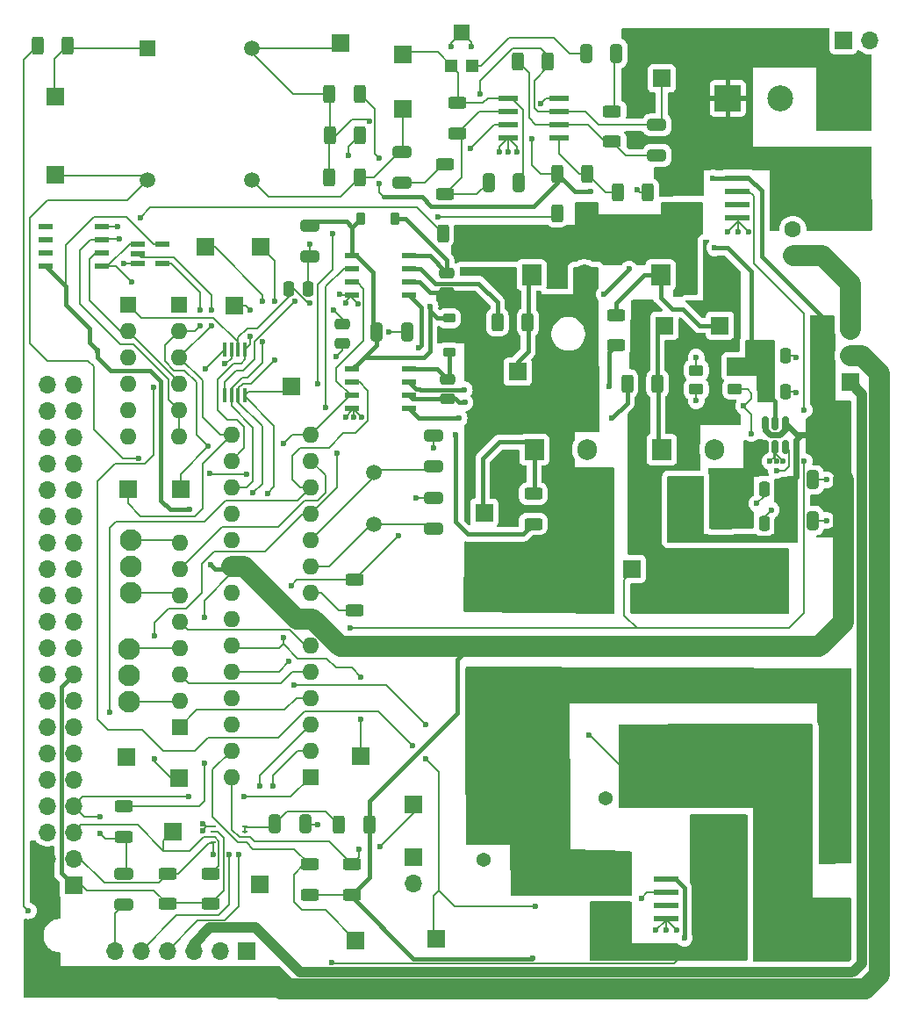
<source format=gtl>
G04 #@! TF.GenerationSoftware,KiCad,Pcbnew,8.0.8*
G04 #@! TF.CreationDate,2025-02-26T00:31:11-08:00*
G04 #@! TF.ProjectId,AtInverter_v1,4174496e-7665-4727-9465-725f76312e6b,v1*
G04 #@! TF.SameCoordinates,Original*
G04 #@! TF.FileFunction,Copper,L1,Top*
G04 #@! TF.FilePolarity,Positive*
%FSLAX46Y46*%
G04 Gerber Fmt 4.6, Leading zero omitted, Abs format (unit mm)*
G04 Created by KiCad (PCBNEW 8.0.8) date 2025-02-26 00:31:11*
%MOMM*%
%LPD*%
G01*
G04 APERTURE LIST*
G04 Aperture macros list*
%AMRoundRect*
0 Rectangle with rounded corners*
0 $1 Rounding radius*
0 $2 $3 $4 $5 $6 $7 $8 $9 X,Y pos of 4 corners*
0 Add a 4 corners polygon primitive as box body*
4,1,4,$2,$3,$4,$5,$6,$7,$8,$9,$2,$3,0*
0 Add four circle primitives for the rounded corners*
1,1,$1+$1,$2,$3*
1,1,$1+$1,$4,$5*
1,1,$1+$1,$6,$7*
1,1,$1+$1,$8,$9*
0 Add four rect primitives between the rounded corners*
20,1,$1+$1,$2,$3,$4,$5,0*
20,1,$1+$1,$4,$5,$6,$7,0*
20,1,$1+$1,$6,$7,$8,$9,0*
20,1,$1+$1,$8,$9,$2,$3,0*%
G04 Aperture macros list end*
G04 #@! TA.AperFunction,ComponentPad*
%ADD10R,1.600200X1.600200*%
G04 #@! TD*
G04 #@! TA.AperFunction,ComponentPad*
%ADD11C,1.600200*%
G04 #@! TD*
G04 #@! TA.AperFunction,SMDPad,CuDef*
%ADD12RoundRect,0.250000X-0.475000X0.250000X-0.475000X-0.250000X0.475000X-0.250000X0.475000X0.250000X0*%
G04 #@! TD*
G04 #@! TA.AperFunction,ComponentPad*
%ADD13R,1.700000X1.700000*%
G04 #@! TD*
G04 #@! TA.AperFunction,SMDPad,CuDef*
%ADD14RoundRect,0.250000X0.650000X-0.325000X0.650000X0.325000X-0.650000X0.325000X-0.650000X-0.325000X0*%
G04 #@! TD*
G04 #@! TA.AperFunction,SMDPad,CuDef*
%ADD15RoundRect,0.250000X0.312500X0.625000X-0.312500X0.625000X-0.312500X-0.625000X0.312500X-0.625000X0*%
G04 #@! TD*
G04 #@! TA.AperFunction,ComponentPad*
%ADD16R,1.905000X2.000000*%
G04 #@! TD*
G04 #@! TA.AperFunction,ComponentPad*
%ADD17O,1.905000X2.000000*%
G04 #@! TD*
G04 #@! TA.AperFunction,SMDPad,CuDef*
%ADD18RoundRect,0.250000X-0.625000X0.312500X-0.625000X-0.312500X0.625000X-0.312500X0.625000X0.312500X0*%
G04 #@! TD*
G04 #@! TA.AperFunction,SMDPad,CuDef*
%ADD19RoundRect,0.250000X-0.312500X-0.625000X0.312500X-0.625000X0.312500X0.625000X-0.312500X0.625000X0*%
G04 #@! TD*
G04 #@! TA.AperFunction,SMDPad,CuDef*
%ADD20R,1.460500X0.533400*%
G04 #@! TD*
G04 #@! TA.AperFunction,SMDPad,CuDef*
%ADD21RoundRect,0.225000X0.375000X-0.225000X0.375000X0.225000X-0.375000X0.225000X-0.375000X-0.225000X0*%
G04 #@! TD*
G04 #@! TA.AperFunction,SMDPad,CuDef*
%ADD22R,1.981200X0.558800*%
G04 #@! TD*
G04 #@! TA.AperFunction,ComponentPad*
%ADD23R,1.600000X1.600000*%
G04 #@! TD*
G04 #@! TA.AperFunction,ComponentPad*
%ADD24O,1.600000X1.600000*%
G04 #@! TD*
G04 #@! TA.AperFunction,SMDPad,CuDef*
%ADD25RoundRect,0.250000X0.625000X-0.312500X0.625000X0.312500X-0.625000X0.312500X-0.625000X-0.312500X0*%
G04 #@! TD*
G04 #@! TA.AperFunction,SMDPad,CuDef*
%ADD26RoundRect,0.250000X0.325000X0.650000X-0.325000X0.650000X-0.325000X-0.650000X0.325000X-0.650000X0*%
G04 #@! TD*
G04 #@! TA.AperFunction,ComponentPad*
%ADD27C,2.100000*%
G04 #@! TD*
G04 #@! TA.AperFunction,SMDPad,CuDef*
%ADD28R,0.457200X1.371600*%
G04 #@! TD*
G04 #@! TA.AperFunction,SMDPad,CuDef*
%ADD29RoundRect,0.150000X0.150000X-0.512500X0.150000X0.512500X-0.150000X0.512500X-0.150000X-0.512500X0*%
G04 #@! TD*
G04 #@! TA.AperFunction,SMDPad,CuDef*
%ADD30R,1.473200X0.558800*%
G04 #@! TD*
G04 #@! TA.AperFunction,SMDPad,CuDef*
%ADD31RoundRect,0.250000X0.450000X-0.262500X0.450000X0.262500X-0.450000X0.262500X-0.450000X-0.262500X0*%
G04 #@! TD*
G04 #@! TA.AperFunction,ComponentPad*
%ADD32O,1.700000X1.700000*%
G04 #@! TD*
G04 #@! TA.AperFunction,ComponentPad*
%ADD33C,1.500000*%
G04 #@! TD*
G04 #@! TA.AperFunction,SMDPad,CuDef*
%ADD34RoundRect,0.250000X-0.250000X-0.475000X0.250000X-0.475000X0.250000X0.475000X-0.250000X0.475000X0*%
G04 #@! TD*
G04 #@! TA.AperFunction,SMDPad,CuDef*
%ADD35R,1.460500X0.558800*%
G04 #@! TD*
G04 #@! TA.AperFunction,ComponentPad*
%ADD36C,1.371600*%
G04 #@! TD*
G04 #@! TA.AperFunction,SMDPad,CuDef*
%ADD37RoundRect,0.250000X0.250000X0.475000X-0.250000X0.475000X-0.250000X-0.475000X0.250000X-0.475000X0*%
G04 #@! TD*
G04 #@! TA.AperFunction,SMDPad,CuDef*
%ADD38RoundRect,0.225000X0.225000X0.375000X-0.225000X0.375000X-0.225000X-0.375000X0.225000X-0.375000X0*%
G04 #@! TD*
G04 #@! TA.AperFunction,SMDPad,CuDef*
%ADD39R,1.193800X1.193800*%
G04 #@! TD*
G04 #@! TA.AperFunction,SMDPad,CuDef*
%ADD40R,1.600200X1.498600*%
G04 #@! TD*
G04 #@! TA.AperFunction,SMDPad,CuDef*
%ADD41O,0.599999X0.249999*%
G04 #@! TD*
G04 #@! TA.AperFunction,SMDPad,CuDef*
%ADD42R,1.803400X4.495800*%
G04 #@! TD*
G04 #@! TA.AperFunction,ComponentPad*
%ADD43R,1.508000X1.508000*%
G04 #@! TD*
G04 #@! TA.AperFunction,ComponentPad*
%ADD44C,1.508000*%
G04 #@! TD*
G04 #@! TA.AperFunction,ComponentPad*
%ADD45R,2.500000X2.500000*%
G04 #@! TD*
G04 #@! TA.AperFunction,ComponentPad*
%ADD46C,2.500000*%
G04 #@! TD*
G04 #@! TA.AperFunction,SMDPad,CuDef*
%ADD47RoundRect,0.250000X-0.650000X0.325000X-0.650000X-0.325000X0.650000X-0.325000X0.650000X0.325000X0*%
G04 #@! TD*
G04 #@! TA.AperFunction,ComponentPad*
%ADD48C,2.565400*%
G04 #@! TD*
G04 #@! TA.AperFunction,SMDPad,CuDef*
%ADD49R,2.469157X0.622132*%
G04 #@! TD*
G04 #@! TA.AperFunction,SMDPad,CuDef*
%ADD50RoundRect,0.250000X-0.450000X0.262500X-0.450000X-0.262500X0.450000X-0.262500X0.450000X0.262500X0*%
G04 #@! TD*
G04 #@! TA.AperFunction,SMDPad,CuDef*
%ADD51RoundRect,0.250000X-0.325000X-0.650000X0.325000X-0.650000X0.325000X0.650000X-0.325000X0.650000X0*%
G04 #@! TD*
G04 #@! TA.AperFunction,ViaPad*
%ADD52C,0.600000*%
G04 #@! TD*
G04 #@! TA.AperFunction,Conductor*
%ADD53C,0.150000*%
G04 #@! TD*
G04 #@! TA.AperFunction,Conductor*
%ADD54C,0.200000*%
G04 #@! TD*
G04 #@! TA.AperFunction,Conductor*
%ADD55C,0.400000*%
G04 #@! TD*
G04 #@! TA.AperFunction,Conductor*
%ADD56C,0.127000*%
G04 #@! TD*
G04 #@! TA.AperFunction,Conductor*
%ADD57C,2.000000*%
G04 #@! TD*
G04 #@! TA.AperFunction,Conductor*
%ADD58C,0.600000*%
G04 #@! TD*
G04 #@! TA.AperFunction,Conductor*
%ADD59C,1.000000*%
G04 #@! TD*
G04 APERTURE END LIST*
D10*
X137966000Y-59690000D03*
D11*
X137966000Y-62230000D03*
X137966000Y-64770000D03*
D12*
X104648000Y-76672400D03*
X104648000Y-78572400D03*
X104597200Y-66410800D03*
X104597200Y-68310800D03*
D13*
X125327400Y-47659400D03*
D14*
X100228400Y-57685200D03*
X100228400Y-54735200D03*
D15*
X96204500Y-53136800D03*
X93279500Y-53136800D03*
D16*
X125222000Y-66598800D03*
D17*
X127762000Y-66598800D03*
X130302000Y-66598800D03*
D18*
X73431400Y-117866700D03*
X73431400Y-120791700D03*
D19*
X121067100Y-58674000D03*
X123992100Y-58674000D03*
D13*
X100330000Y-45395000D03*
D20*
X71304150Y-65760600D03*
X71304150Y-64490600D03*
X71304150Y-63220600D03*
X71304150Y-61950600D03*
X65855850Y-61950600D03*
X65855850Y-63220600D03*
X65855850Y-64490600D03*
X65855850Y-65760600D03*
D13*
X81330800Y-63906400D03*
X125603000Y-71501000D03*
D21*
X104800400Y-70790800D03*
X104800400Y-74090800D03*
D22*
X110515400Y-49606200D03*
X110515400Y-50876200D03*
X110515400Y-52146200D03*
X110515400Y-53416200D03*
X115443000Y-53416200D03*
X115443000Y-52146200D03*
X115443000Y-50876200D03*
X115443000Y-49606200D03*
D15*
X114343900Y-46024800D03*
X111418900Y-46024800D03*
D23*
X91455400Y-115011200D03*
D24*
X91455400Y-112471200D03*
X91455400Y-109931200D03*
X91455400Y-107391200D03*
X91455400Y-104851200D03*
X91455400Y-102311200D03*
X91455400Y-99771200D03*
X91455400Y-97231200D03*
X91455400Y-94691200D03*
X91455400Y-92151200D03*
X91455400Y-89611200D03*
X91455400Y-87071200D03*
X91455400Y-84531200D03*
X91455400Y-81991200D03*
X83835400Y-81991200D03*
X83835400Y-84531200D03*
X83835400Y-87071200D03*
X83835400Y-89611200D03*
X83835400Y-92151200D03*
X83835400Y-94691200D03*
X83835400Y-97231200D03*
X83835400Y-99771200D03*
X83835400Y-102311200D03*
X83835400Y-104851200D03*
X83835400Y-107391200D03*
X83835400Y-109931200D03*
X83835400Y-112471200D03*
X83835400Y-115011200D03*
D25*
X77622400Y-127268700D03*
X77622400Y-124343700D03*
D14*
X73431400Y-127281200D03*
X73431400Y-124331200D03*
D26*
X90933800Y-119532400D03*
X87983800Y-119532400D03*
D13*
X89611200Y-77317600D03*
D19*
X115225100Y-56896000D03*
X118150100Y-56896000D03*
D16*
X112776000Y-66598800D03*
D17*
X115316000Y-66598800D03*
X117856000Y-66598800D03*
D13*
X78130400Y-120243600D03*
D27*
X73964800Y-107746800D03*
X73964800Y-105206800D03*
X73964800Y-102666800D03*
D13*
X78892400Y-87223600D03*
D25*
X91338400Y-126379700D03*
X91338400Y-123454700D03*
X95402400Y-126379700D03*
X95402400Y-123454700D03*
D28*
X85109598Y-73799700D03*
X84459600Y-73799700D03*
X83809598Y-73799700D03*
X83159600Y-73799700D03*
X83159600Y-78193900D03*
X83809598Y-78193900D03*
X84459600Y-78193900D03*
X85109598Y-78193900D03*
D13*
X100355400Y-50622200D03*
D27*
X74066400Y-97282000D03*
X74066400Y-94742000D03*
X74066400Y-92202000D03*
D25*
X112928400Y-90616500D03*
X112928400Y-87691500D03*
D13*
X140843000Y-82042000D03*
D29*
X135321000Y-83179500D03*
X136271000Y-83179500D03*
X137221000Y-83179500D03*
X137221000Y-80904500D03*
X136271000Y-80904500D03*
X135321000Y-80904500D03*
D26*
X120956600Y-45262800D03*
X118006600Y-45262800D03*
D30*
X77190600Y-63616799D03*
X77190600Y-65516801D03*
X74803000Y-65516801D03*
X74803000Y-64566800D03*
X74803000Y-63616799D03*
D31*
X132384800Y-77620500D03*
X132384800Y-75795500D03*
D14*
X103327200Y-82091000D03*
X103327200Y-85041000D03*
D32*
X140970000Y-71882000D03*
X143510000Y-71882000D03*
X140970000Y-74422000D03*
X143510000Y-74422000D03*
X140970000Y-76962000D03*
D13*
X143510000Y-76962000D03*
X101371400Y-117678200D03*
X95783400Y-130759200D03*
D18*
X105566200Y-50048700D03*
X105566200Y-52973700D03*
D33*
X97561400Y-85624800D03*
X97561400Y-90624800D03*
D19*
X121981500Y-77089000D03*
X124906500Y-77089000D03*
D34*
X135321000Y-74371200D03*
X137221000Y-74371200D03*
D13*
X84099400Y-69545200D03*
D19*
X93257900Y-57200800D03*
X96182900Y-57200800D03*
D23*
X78790800Y-69467400D03*
D24*
X78790800Y-72007400D03*
X78790800Y-74547400D03*
X78790800Y-77087400D03*
X78790800Y-79627400D03*
X78790800Y-82167400D03*
D34*
X135321000Y-77851000D03*
X137221000Y-77851000D03*
D35*
X95472250Y-64744600D03*
X95472250Y-66014600D03*
X95472250Y-67284600D03*
X95472250Y-68554600D03*
X100920550Y-68554600D03*
X100920550Y-67284600D03*
X100920550Y-66014600D03*
X100920550Y-64744600D03*
D36*
X124866400Y-117094000D03*
X119866400Y-117094000D03*
D13*
X73685400Y-113106200D03*
D25*
X120929400Y-73395300D03*
X120929400Y-70470300D03*
D26*
X142826000Y-90297000D03*
X139876000Y-90297000D03*
X111562400Y-57708800D03*
X108612400Y-57708800D03*
D36*
X113131600Y-122986800D03*
X108131600Y-122986800D03*
D16*
X113030000Y-83439000D03*
D17*
X115570000Y-83439000D03*
X118110000Y-83439000D03*
D37*
X137094000Y-87249000D03*
X135194000Y-87249000D03*
D23*
X78841600Y-110185200D03*
D24*
X78841600Y-107645200D03*
X78841600Y-105105200D03*
X78841600Y-102565200D03*
X78841600Y-100025200D03*
X78841600Y-97485200D03*
X78841600Y-94945200D03*
X78841600Y-92405200D03*
D13*
X142341600Y-118922800D03*
D32*
X142341600Y-121462800D03*
D13*
X108204000Y-89535000D03*
D38*
X99592400Y-61214000D03*
X96292400Y-61214000D03*
D13*
X123190000Y-89535000D03*
D39*
X105029000Y-46456600D03*
X107010200Y-46456600D03*
D40*
X106019600Y-43205400D03*
D13*
X122428000Y-94945200D03*
D41*
X82090000Y-119810401D03*
X82090000Y-120310400D03*
X82090000Y-120810402D03*
X82090000Y-121310400D03*
X85090000Y-121310400D03*
X85090000Y-120810402D03*
X85090000Y-120310400D03*
X85090000Y-119810401D03*
D42*
X127762000Y-88950800D03*
X131064000Y-88950800D03*
D13*
X66852800Y-56926600D03*
D15*
X97118900Y-119583200D03*
X94193900Y-119583200D03*
D13*
X142341600Y-129082800D03*
D32*
X142341600Y-131622800D03*
D43*
X75746600Y-44738400D03*
D44*
X75746600Y-57438400D03*
X85746600Y-57438400D03*
X85746600Y-44738400D03*
D13*
X111404400Y-75946000D03*
D15*
X96182900Y-49174400D03*
X93257900Y-49174400D03*
D13*
X94339400Y-44272200D03*
D45*
X131713600Y-49580800D03*
D46*
X136713600Y-49580800D03*
D35*
X95472250Y-75692000D03*
X95472250Y-76962000D03*
X95472250Y-78232000D03*
X95472250Y-79502000D03*
X100920550Y-79502000D03*
X100920550Y-78232000D03*
X100920550Y-76962000D03*
X100920550Y-75692000D03*
D13*
X103530400Y-130632200D03*
X130937000Y-71501000D03*
D37*
X137094000Y-90551000D03*
X135194000Y-90551000D03*
D47*
X124843000Y-52151600D03*
X124843000Y-55101600D03*
D13*
X86512400Y-125374400D03*
D48*
X135585200Y-113741200D03*
X135585200Y-94691200D03*
D16*
X125323600Y-83439000D03*
D17*
X127863600Y-83439000D03*
X130403600Y-83439000D03*
D13*
X117602000Y-89535000D03*
D19*
X109484700Y-71170800D03*
X112409700Y-71170800D03*
D15*
X68010500Y-44500800D03*
X65085500Y-44500800D03*
D13*
X85242400Y-131775200D03*
D32*
X82702400Y-131775200D03*
X80162400Y-131775200D03*
X77622400Y-131775200D03*
X75082400Y-131775200D03*
X72542400Y-131775200D03*
D49*
X127814800Y-57277000D03*
X127814800Y-58547000D03*
X127814800Y-59817000D03*
X127814800Y-61087000D03*
X132641998Y-61087000D03*
X132641998Y-59817000D03*
X132641998Y-58547000D03*
X132641998Y-57277000D03*
D13*
X143408400Y-49072800D03*
D32*
X143408400Y-51612800D03*
D13*
X131724400Y-119837200D03*
D15*
X118150100Y-60655200D03*
X115225100Y-60655200D03*
D19*
X107126500Y-62585600D03*
X104201500Y-62585600D03*
D13*
X66856600Y-49437400D03*
X101369600Y-122732800D03*
D32*
X101369600Y-125272800D03*
D26*
X142826000Y-86360000D03*
X139876000Y-86360000D03*
D18*
X95707200Y-96022700D03*
X95707200Y-98947700D03*
D13*
X73812400Y-87223600D03*
D45*
X131205600Y-128320800D03*
D46*
X136205600Y-128320800D03*
D25*
X120525000Y-53757600D03*
X120525000Y-50832600D03*
D13*
X142849600Y-43992800D03*
D32*
X145389600Y-43992800D03*
D13*
X78765400Y-115138200D03*
D23*
X73837800Y-69467400D03*
D24*
X73837800Y-72007400D03*
X73837800Y-74547400D03*
X73837800Y-77087400D03*
X73837800Y-79627400D03*
X73837800Y-82167400D03*
D25*
X104372400Y-58851900D03*
X104372400Y-55926900D03*
D13*
X86664800Y-63906400D03*
D47*
X103327200Y-88085400D03*
X103327200Y-91035400D03*
D50*
X128651000Y-75795500D03*
X128651000Y-77620500D03*
D25*
X81813400Y-127268700D03*
X81813400Y-124343700D03*
D49*
X120922402Y-124841000D03*
X120922402Y-126111000D03*
X120922402Y-127381000D03*
X120922402Y-128651000D03*
X125749600Y-128651000D03*
X125749600Y-127381000D03*
X125749600Y-126111000D03*
X125749600Y-124841000D03*
D13*
X96291400Y-112979200D03*
D48*
X109220000Y-94691200D03*
X109220000Y-113741200D03*
D13*
X68580000Y-125425200D03*
D32*
X66040000Y-125425200D03*
X68580000Y-122885200D03*
X66040000Y-122885200D03*
X68580000Y-120345200D03*
X66040000Y-120345200D03*
X68580000Y-117805200D03*
X66040000Y-117805200D03*
X68580000Y-115265200D03*
X66040000Y-115265200D03*
X68580000Y-112725200D03*
X66040000Y-112725200D03*
X68580000Y-110185200D03*
X66040000Y-110185200D03*
X68580000Y-107645200D03*
X66040000Y-107645200D03*
X68580000Y-105105200D03*
X66040000Y-105105200D03*
X68580000Y-102565200D03*
X66040000Y-102565200D03*
X68580000Y-100025200D03*
X66040000Y-100025200D03*
X68580000Y-97485200D03*
X66040000Y-97485200D03*
X68580000Y-94945200D03*
X66040000Y-94945200D03*
X68580000Y-92405200D03*
X66040000Y-92405200D03*
X68580000Y-89865200D03*
X66040000Y-89865200D03*
X68580000Y-87325200D03*
X66040000Y-87325200D03*
X68580000Y-84785200D03*
X66040000Y-84785200D03*
X68580000Y-82245200D03*
X66040000Y-82245200D03*
X68580000Y-79705200D03*
X66040000Y-79705200D03*
X68580000Y-77165200D03*
X66040000Y-77165200D03*
D12*
X94488000Y-73213000D03*
X94488000Y-71313000D03*
D34*
X91221600Y-67919600D03*
X89321600Y-67919600D03*
D47*
X91338400Y-61872600D03*
X91338400Y-64822600D03*
D51*
X97788200Y-72085200D03*
X100738200Y-72085200D03*
D52*
X93878400Y-74472800D03*
X91338400Y-69342000D03*
X93624400Y-69951600D03*
X85598000Y-72517000D03*
X85598000Y-69977000D03*
X101904800Y-73609200D03*
X105410000Y-82042000D03*
X85293200Y-85801200D03*
X118262400Y-110947200D03*
X81737200Y-85750400D03*
X89814400Y-106121200D03*
X74828400Y-84277200D03*
X102514400Y-109931200D03*
X135890000Y-89281000D03*
X94843600Y-69342000D03*
X103327200Y-83261200D03*
X92100400Y-119583200D03*
X98958400Y-72136000D03*
X91338400Y-63652400D03*
X109677200Y-54762400D03*
X105003600Y-44602400D03*
X126746000Y-129794000D03*
X110515400Y-54762400D03*
X141224000Y-90297000D03*
X133694802Y-62465598D03*
X106984800Y-44602400D03*
X94843600Y-80314800D03*
X141224000Y-86360000D03*
X96367600Y-80314800D03*
X132678802Y-62465598D03*
X81026000Y-120192800D03*
X111353600Y-54762400D03*
X138283600Y-77978000D03*
X94234000Y-68478400D03*
X73456800Y-65481200D03*
X135763000Y-84582000D03*
X122936000Y-58420000D03*
X125730000Y-129794000D03*
X95989600Y-69364400D03*
X134493000Y-88646000D03*
X81026000Y-119481600D03*
X128651000Y-74549000D03*
X138283600Y-74549000D03*
X72847200Y-61976000D03*
X137033000Y-84582000D03*
X136398000Y-84582000D03*
X131662802Y-62465598D03*
X95605600Y-80314800D03*
X101625400Y-88087200D03*
X95097600Y-55067200D03*
X124714000Y-129794000D03*
X83159600Y-75184000D03*
X112776000Y-53441600D03*
X70866000Y-73914000D03*
X81813400Y-94564200D03*
X130276600Y-57251600D03*
X98044000Y-57759600D03*
X81178400Y-99644200D03*
X112877600Y-132467400D03*
X127508000Y-130556000D03*
X81178400Y-113639600D03*
X113639600Y-50088800D03*
X79781400Y-89230200D03*
X118465600Y-58583227D03*
X98069400Y-55321200D03*
X87782400Y-115900200D03*
X84480400Y-122504200D03*
X86512400Y-115900200D03*
X83591400Y-122504200D03*
X71145400Y-120472200D03*
X84988400Y-116916200D03*
X79654400Y-116916200D03*
X71145400Y-118821200D03*
X92938600Y-79425800D03*
X76352400Y-101422200D03*
X76352400Y-113233200D03*
X93980000Y-83769200D03*
X81889600Y-70002400D03*
X81889600Y-71475600D03*
X86817200Y-69164200D03*
X86817200Y-73075800D03*
X87985600Y-74777600D03*
X87985600Y-69113400D03*
X85902800Y-87579200D03*
X87299800Y-87655400D03*
X72034400Y-108788200D03*
X102514400Y-113233200D03*
X81305400Y-75641200D03*
X76301600Y-77470000D03*
X101244400Y-111963200D03*
X113131600Y-127457200D03*
X123342400Y-126695200D03*
X139065000Y-79629000D03*
X139065000Y-84582000D03*
X89369900Y-103898700D03*
X95275400Y-100660200D03*
X92176600Y-77139800D03*
X103733600Y-61010800D03*
X96291400Y-109423200D03*
X93573600Y-62653300D03*
X99923600Y-91744800D03*
X89560400Y-96586200D03*
X88798400Y-101549200D03*
X96291400Y-105359200D03*
X107797600Y-49199800D03*
X89966800Y-69138800D03*
X80772000Y-71475600D03*
X80772000Y-70002400D03*
X81559400Y-83134200D03*
X88798400Y-82880200D03*
X74218800Y-67310000D03*
X75031600Y-61061600D03*
X72999600Y-63144400D03*
X106324400Y-78917800D03*
X93522800Y-132910800D03*
X64211200Y-127914400D03*
X98145600Y-121716800D03*
X96113600Y-121970800D03*
X82091400Y-122478800D03*
X97111100Y-51765200D03*
X106832400Y-54432200D03*
X106273600Y-77673200D03*
X120243600Y-77393800D03*
X120497600Y-80441800D03*
X105765600Y-80441800D03*
X133985000Y-81915000D03*
X136398000Y-85471000D03*
X128651000Y-78740000D03*
X133223000Y-79248000D03*
X119761000Y-68453000D03*
X122174000Y-66040000D03*
X102971600Y-69646800D03*
X130429000Y-64008000D03*
D53*
X73456800Y-65481200D02*
X74767399Y-65481200D01*
X74767399Y-65481200D02*
X74803000Y-65516801D01*
X85344000Y-71755000D02*
X84459600Y-72639400D01*
X84459600Y-72639400D02*
X84459600Y-73799700D01*
X86283800Y-71755000D02*
X85344000Y-71755000D01*
X89321600Y-68717200D02*
X86283800Y-71755000D01*
X89321600Y-67919600D02*
X89321600Y-68717200D01*
D54*
X83159600Y-76962000D02*
X83159600Y-78193900D01*
X84277200Y-75844400D02*
X83159600Y-76962000D01*
X86055200Y-74726800D02*
X84937600Y-75844400D01*
X86055200Y-73050400D02*
X86055200Y-74726800D01*
X84937600Y-75844400D02*
X84277200Y-75844400D01*
X89966800Y-69138800D02*
X86055200Y-73050400D01*
X89814400Y-67919600D02*
X89321600Y-67919600D01*
X91236800Y-69342000D02*
X89814400Y-67919600D01*
X91338400Y-69342000D02*
X91236800Y-69342000D01*
X91196200Y-67894200D02*
X91196200Y-64964800D01*
X91221600Y-67919600D02*
X91196200Y-67894200D01*
X91196200Y-64964800D02*
X91338400Y-64822600D01*
X91338400Y-63652400D02*
X91338400Y-64822600D01*
D55*
X94906100Y-61468000D02*
X91743000Y-61468000D01*
X95472250Y-62034150D02*
X94906100Y-61468000D01*
X91743000Y-61468000D02*
X91338400Y-61872600D01*
D54*
X94488000Y-70815200D02*
X94488000Y-71313000D01*
X93624400Y-69951600D02*
X94488000Y-70815200D01*
X94310200Y-68554600D02*
X95472250Y-68554600D01*
X94234000Y-68478400D02*
X94310200Y-68554600D01*
X94843600Y-69183250D02*
X95472250Y-68554600D01*
X94843600Y-69342000D02*
X94843600Y-69183250D01*
X95472250Y-68847050D02*
X95472250Y-68554600D01*
X95989600Y-69364400D02*
X95472250Y-68847050D01*
D53*
X84921498Y-77063600D02*
X84459600Y-77525498D01*
X87985600Y-74777600D02*
X85699600Y-77063600D01*
X85699600Y-77063600D02*
X84921498Y-77063600D01*
X84459600Y-77525498D02*
X84459600Y-78193900D01*
D54*
X64211200Y-127914400D02*
X63754000Y-127457200D01*
X63754000Y-127457200D02*
X63754000Y-45832300D01*
X63754000Y-45832300D02*
X65085500Y-44500800D01*
X126532000Y-132994400D02*
X131256400Y-128270000D01*
X93606400Y-132994400D02*
X126532000Y-132994400D01*
X93522800Y-132910800D02*
X93606400Y-132994400D01*
D55*
X95402400Y-126568200D02*
X95402400Y-126379700D01*
X101371400Y-132537200D02*
X95402400Y-126568200D01*
X112807800Y-132537200D02*
X101371400Y-132537200D01*
X112877600Y-132467400D02*
X112807800Y-132537200D01*
D53*
X113131600Y-127457200D02*
X105308400Y-127457200D01*
X105308400Y-127457200D02*
X103784400Y-125933200D01*
D55*
X100634800Y-61214000D02*
X99592400Y-61214000D01*
X104597200Y-65176400D02*
X100634800Y-61214000D01*
X104597200Y-66410800D02*
X104597200Y-65176400D01*
D53*
X84459600Y-78871600D02*
X84459600Y-78193900D01*
X86766400Y-81178400D02*
X84459600Y-78871600D01*
X86766400Y-86715600D02*
X86766400Y-81178400D01*
X85902800Y-87579200D02*
X86766400Y-86715600D01*
X87934800Y-81127600D02*
X85109598Y-78302398D01*
X85109598Y-78302398D02*
X85109598Y-78193900D01*
X87299800Y-87655400D02*
X87934800Y-87020400D01*
X87934800Y-87020400D02*
X87934800Y-81127600D01*
X83159600Y-75184000D02*
X83261098Y-75184000D01*
X83261098Y-75184000D02*
X83809598Y-74635500D01*
X83809598Y-74635500D02*
X83809598Y-73799700D01*
D55*
X96615250Y-74549000D02*
X96078650Y-75085600D01*
X102387400Y-74549000D02*
X96615250Y-74549000D01*
X102971600Y-73964800D02*
X102387400Y-74549000D01*
X102971600Y-70104000D02*
X102971600Y-73964800D01*
X102108000Y-69742050D02*
X100920550Y-68554600D01*
X102108000Y-73406000D02*
X102108000Y-69742050D01*
X101904800Y-73609200D02*
X102108000Y-73406000D01*
X101260950Y-78572400D02*
X100920550Y-78232000D01*
X106324400Y-78917800D02*
X105791000Y-78917800D01*
X105445600Y-78572400D02*
X101260950Y-78572400D01*
X105791000Y-78917800D02*
X105445600Y-78572400D01*
X101584150Y-77625600D02*
X100920550Y-76962000D01*
X102025400Y-77673200D02*
X101977800Y-77625600D01*
X106273600Y-77673200D02*
X102025400Y-77673200D01*
X101977800Y-77625600D02*
X101584150Y-77625600D01*
D54*
X133985000Y-78003400D02*
X133985000Y-78511400D01*
X133602100Y-77620500D02*
X133985000Y-78003400D01*
X133248400Y-79248000D02*
X133223000Y-79248000D01*
X132384800Y-77620500D02*
X133602100Y-77620500D01*
X133985000Y-78511400D02*
X133248400Y-79248000D01*
X133985000Y-80086200D02*
X133985000Y-81915000D01*
X133223000Y-79324200D02*
X133985000Y-80086200D01*
X133223000Y-79248000D02*
X133223000Y-79324200D01*
X103327200Y-83261200D02*
X103327200Y-82091000D01*
X109677200Y-54254400D02*
X110515400Y-53416200D01*
X109677200Y-54762400D02*
X109677200Y-54254400D01*
X110515400Y-54762400D02*
X110515400Y-53416200D01*
X111353600Y-54254400D02*
X110515400Y-53416200D01*
X111353600Y-54762400D02*
X111353600Y-54254400D01*
X94488000Y-73863200D02*
X93878400Y-74472800D01*
X94488000Y-73213000D02*
X94488000Y-73863200D01*
D53*
X93929200Y-75590400D02*
X93929200Y-76832600D01*
X96570800Y-72948800D02*
X93929200Y-75590400D01*
X93929200Y-76832600D02*
X95328600Y-78232000D01*
X95923100Y-67284600D02*
X96570800Y-67932300D01*
X95472250Y-67284600D02*
X95923100Y-67284600D01*
X96570800Y-67932300D02*
X96570800Y-72948800D01*
X95328600Y-78232000D02*
X95472250Y-78232000D01*
D54*
X100687400Y-72136000D02*
X100738200Y-72085200D01*
X98958400Y-72136000D02*
X100687400Y-72136000D01*
D55*
X97788200Y-73376050D02*
X96078650Y-75085600D01*
X97483400Y-66362100D02*
X97483400Y-71780400D01*
X95865900Y-64744600D02*
X97483400Y-66362100D01*
X97788200Y-72085200D02*
X97788200Y-73376050D01*
X97483400Y-71780400D02*
X97788200Y-72085200D01*
X95472250Y-64744600D02*
X95865900Y-64744600D01*
X104800400Y-76520000D02*
X104800400Y-74090800D01*
X104648000Y-76672400D02*
X104800400Y-76520000D01*
X102971600Y-69646800D02*
X102971600Y-70104000D01*
X102971600Y-70104000D02*
X103658400Y-70790800D01*
X103658400Y-70790800D02*
X104800400Y-70790800D01*
X100920550Y-75692000D02*
X103667600Y-75692000D01*
X103667600Y-75692000D02*
X104648000Y-76672400D01*
X102956400Y-68310800D02*
X104597200Y-68310800D01*
X101930200Y-67284600D02*
X102956400Y-68310800D01*
X100920550Y-67284600D02*
X101930200Y-67284600D01*
X102931000Y-64744600D02*
X104597200Y-66410800D01*
X100920550Y-64744600D02*
X102931000Y-64744600D01*
X112485900Y-71094600D02*
X112409700Y-71170800D01*
X112776000Y-66598800D02*
X112485900Y-66888900D01*
X109484700Y-69251100D02*
X109484700Y-71170800D01*
X103479600Y-67411600D02*
X107645200Y-67411600D01*
X102082600Y-66014600D02*
X103479600Y-67411600D01*
X112485900Y-66888900D02*
X112485900Y-71094600D01*
X107645200Y-67411600D02*
X109484700Y-69251100D01*
X100920550Y-66014600D02*
X102082600Y-66014600D01*
X111404400Y-75011400D02*
X111404400Y-75946000D01*
X112420400Y-73995400D02*
X111404400Y-75011400D01*
X112420400Y-71236300D02*
X112420400Y-73995400D01*
D53*
X85598000Y-73311298D02*
X85109598Y-73799700D01*
X85598000Y-72517000D02*
X85598000Y-73311298D01*
X85166200Y-69545200D02*
X85598000Y-69977000D01*
X84099400Y-69545200D02*
X85166200Y-69545200D01*
X86817200Y-68529200D02*
X82194400Y-63906400D01*
X86817200Y-69164200D02*
X86817200Y-68529200D01*
X82194400Y-63906400D02*
X81330800Y-63906400D01*
X87985600Y-69113400D02*
X87985600Y-65227200D01*
X87985600Y-65227200D02*
X86664800Y-63906400D01*
D55*
X111927100Y-91617800D02*
X112928400Y-90616500D01*
X106591100Y-91617800D02*
X111927100Y-91617800D01*
X105410000Y-82042000D02*
X105410000Y-90436700D01*
X105410000Y-90436700D02*
X106591100Y-91617800D01*
D53*
X81788000Y-85801200D02*
X81737200Y-85750400D01*
D54*
X124460000Y-117043200D02*
X124866400Y-117043200D01*
X67005200Y-57079000D02*
X75387200Y-57079000D01*
X66040000Y-59436000D02*
X73749000Y-59436000D01*
X66852800Y-56926600D02*
X67005200Y-57079000D01*
X75387200Y-57079000D02*
X75746600Y-57438400D01*
X89814400Y-106121200D02*
X98704400Y-106121200D01*
X118262400Y-110947200D02*
X118364000Y-110947200D01*
X73749000Y-59436000D02*
X75746600Y-57438400D01*
X66065400Y-74879200D02*
X64363600Y-73177400D01*
X64363600Y-73177400D02*
X64363600Y-61112400D01*
X118364000Y-110947200D02*
X124460000Y-117043200D01*
D53*
X70510400Y-81483200D02*
X70510400Y-75438000D01*
D54*
X64363600Y-61112400D02*
X66040000Y-59436000D01*
X70510400Y-75438000D02*
X69951600Y-74879200D01*
D53*
X73304400Y-84277200D02*
X70510400Y-81483200D01*
D54*
X98704400Y-106121200D02*
X102514400Y-109931200D01*
X69951600Y-74879200D02*
X66065400Y-74879200D01*
D53*
X85293200Y-85801200D02*
X81788000Y-85801200D01*
X74828400Y-84277200D02*
X73304400Y-84277200D01*
X72542400Y-128170200D02*
X72542400Y-131775200D01*
X73431400Y-127281200D02*
X72542400Y-128170200D01*
X123190000Y-58674000D02*
X123992100Y-58674000D01*
X122936000Y-58420000D02*
X123190000Y-58674000D01*
D54*
X141224000Y-86360000D02*
X139876000Y-86360000D01*
X95554800Y-79502000D02*
X95472250Y-79502000D01*
X136271000Y-83179500D02*
X136271000Y-84455000D01*
X105003600Y-44221400D02*
X106019600Y-43205400D01*
X138105800Y-74371200D02*
X138283600Y-74549000D01*
D53*
X95707200Y-98947700D02*
X94197900Y-98947700D01*
D54*
X103327200Y-88085400D02*
X101627200Y-88085400D01*
X136144000Y-84201000D02*
X135763000Y-84582000D01*
D53*
X81026000Y-120142000D02*
X81026000Y-120192800D01*
D54*
X128651000Y-75795500D02*
X128651000Y-74549000D01*
X106984800Y-44602400D02*
X106984800Y-44170600D01*
X132660400Y-62447196D02*
X132678802Y-62465598D01*
X125711598Y-129775598D02*
X125730000Y-129794000D01*
X137221000Y-74371200D02*
X138105800Y-74371200D01*
X136271000Y-83179500D02*
X136271000Y-83566000D01*
X138156600Y-77851000D02*
X138283600Y-77978000D01*
X95472250Y-79686150D02*
X95472250Y-79502000D01*
X96367600Y-80314800D02*
X95554800Y-79502000D01*
X135194000Y-89977000D02*
X135194000Y-90551000D01*
X136271000Y-83566000D02*
X136144000Y-83693000D01*
D53*
X94197900Y-98947700D02*
X92481400Y-97231200D01*
D54*
X132660400Y-61431196D02*
X133694802Y-62465598D01*
X136144000Y-83693000D02*
X136144000Y-84201000D01*
X134493000Y-88646000D02*
X135194000Y-87945000D01*
D53*
X92481400Y-97231200D02*
X91455400Y-97231200D01*
X92100400Y-119583200D02*
X90908400Y-119583200D01*
D54*
X94843600Y-80314800D02*
X95472250Y-79686150D01*
X135194000Y-87945000D02*
X135194000Y-87249000D01*
X95605600Y-80314800D02*
X95605600Y-79552800D01*
D56*
X82090000Y-119810401D02*
X81357599Y-119810401D01*
D54*
X132660400Y-61468000D02*
X131662802Y-62465598D01*
X132660400Y-61315798D02*
X132660400Y-62447196D01*
X136271000Y-84455000D02*
X136398000Y-84582000D01*
X105003600Y-44602400D02*
X105003600Y-44221400D01*
X136271000Y-83179500D02*
X136271000Y-83820000D01*
D53*
X81028798Y-119481600D02*
X81357599Y-119810401D01*
D54*
X141224000Y-90297000D02*
X139876000Y-90297000D01*
X136271000Y-83820000D02*
X137033000Y-84582000D01*
X125711598Y-128759598D02*
X126746000Y-129794000D01*
X137221000Y-77851000D02*
X138156600Y-77851000D01*
D53*
X81026000Y-119481600D02*
X81028798Y-119481600D01*
D54*
X125711598Y-128796402D02*
X124714000Y-129794000D01*
X106984800Y-44170600D02*
X106019600Y-43205400D01*
D53*
X95097600Y-54243700D02*
X96204500Y-53136800D01*
X71304150Y-61950600D02*
X72821800Y-61950600D01*
X72821800Y-61950600D02*
X72847200Y-61976000D01*
X81357599Y-119810401D02*
X81026000Y-120142000D01*
D54*
X101627200Y-88085400D02*
X101625400Y-88087200D01*
X125711598Y-128644200D02*
X125711598Y-129775598D01*
D53*
X95097600Y-55067200D02*
X95097600Y-54243700D01*
D54*
X135890000Y-89281000D02*
X135194000Y-89977000D01*
X80670400Y-117805200D02*
X73492900Y-117805200D01*
X73837800Y-69467400D02*
X75084000Y-70713600D01*
D55*
X105562400Y-103708200D02*
X105562400Y-108884450D01*
X72186800Y-75844400D02*
X70866000Y-74523600D01*
D54*
X81178400Y-113639600D02*
X81178400Y-117297200D01*
D57*
X142826000Y-90297000D02*
X142826000Y-100125000D01*
D58*
X135321000Y-80904500D02*
X135321000Y-81566999D01*
D55*
X97118900Y-117327950D02*
X97118900Y-119583200D01*
X105562400Y-108884450D02*
X97118900Y-117327950D01*
X126673112Y-124841000D02*
X127508000Y-125675888D01*
D57*
X84988400Y-94691200D02*
X90068400Y-99771200D01*
D55*
X132641998Y-57277000D02*
X133731000Y-57277000D01*
D54*
X81178400Y-117297200D02*
X80670400Y-117805200D01*
D55*
X65906650Y-65760600D02*
X65855850Y-65760600D01*
D54*
X112776000Y-53441600D02*
X112776000Y-56001500D01*
D53*
X70561200Y-61010800D02*
X73710800Y-61010800D01*
D55*
X81813400Y-94564200D02*
X82194400Y-94945200D01*
X102209600Y-59105800D02*
X103098600Y-59994800D01*
X112939100Y-59994800D02*
X115225100Y-57708800D01*
D58*
X140843000Y-82042000D02*
X138811000Y-82042000D01*
D53*
X76316799Y-63616799D02*
X77190600Y-63616799D01*
D55*
X77012800Y-88341200D02*
X77012800Y-76860400D01*
X134946400Y-64842400D02*
X140970000Y-70866000D01*
X116912327Y-58583227D02*
X115225100Y-56896000D01*
D53*
X81178400Y-97993200D02*
X83835400Y-95336200D01*
D58*
X138303000Y-82550000D02*
X138303000Y-86040000D01*
D54*
X97637600Y-54889400D02*
X97637600Y-50629100D01*
D55*
X133731000Y-57277000D02*
X134946400Y-58492400D01*
D54*
X114122200Y-49606200D02*
X115443000Y-49606200D01*
D57*
X142826000Y-90297000D02*
X142826000Y-86360000D01*
D55*
X77012800Y-76860400D02*
X75996800Y-75844400D01*
X97118900Y-124663200D02*
X97118900Y-119583200D01*
D54*
X113639600Y-50088800D02*
X114122200Y-49606200D01*
D55*
X75996800Y-75844400D02*
X72186800Y-75844400D01*
X132641998Y-57277000D02*
X130302000Y-57277000D01*
D53*
X81178400Y-99644200D02*
X81178400Y-97993200D01*
D55*
X70104000Y-73152000D02*
X70104000Y-71729600D01*
D54*
X97637600Y-50629100D02*
X96182900Y-49174400D01*
D55*
X125749600Y-124841000D02*
X126673112Y-124841000D01*
D57*
X90068400Y-99771200D02*
X91455400Y-99771200D01*
D55*
X130302000Y-57277000D02*
X130276600Y-57251600D01*
X98475800Y-59105800D02*
X102209600Y-59105800D01*
D58*
X138811000Y-82042000D02*
X138303000Y-82550000D01*
D54*
X98069400Y-55321200D02*
X97637600Y-54889400D01*
X113670500Y-56896000D02*
X115225100Y-56896000D01*
D58*
X137221000Y-81521000D02*
X137221000Y-80904500D01*
D55*
X67818000Y-69443600D02*
X67818000Y-67671950D01*
D54*
X112776000Y-56001500D02*
X113670500Y-56896000D01*
D58*
X136700000Y-82042000D02*
X137221000Y-81521000D01*
D55*
X70104000Y-71729600D02*
X67818000Y-69443600D01*
D53*
X73710800Y-61010800D02*
X76316799Y-63616799D01*
D55*
X70866000Y-74523600D02*
X70866000Y-73914000D01*
D57*
X142826000Y-100125000D02*
X140512800Y-102438200D01*
D53*
X65855850Y-65760600D02*
X66037600Y-65760600D01*
D54*
X73492900Y-117805200D02*
X73431400Y-117866700D01*
D55*
X106832400Y-102438200D02*
X105562400Y-103708200D01*
D57*
X83835400Y-94691200D02*
X84988400Y-94691200D01*
D58*
X138303000Y-86040000D02*
X137094000Y-87249000D01*
D57*
X140512800Y-102438200D02*
X106832400Y-102438200D01*
X94307590Y-102438200D02*
X91640590Y-99771200D01*
D54*
X75084000Y-70713600D02*
X82091898Y-70713600D01*
X84459600Y-73081302D02*
X84459600Y-73799700D01*
D55*
X83581400Y-94945200D02*
X83835400Y-94691200D01*
D54*
X95402400Y-126379700D02*
X91338400Y-126379700D01*
D53*
X83835400Y-95336200D02*
X83835400Y-94691200D01*
X67818000Y-63754000D02*
X70561200Y-61010800D01*
D55*
X67818000Y-67671950D02*
X65906650Y-65760600D01*
D57*
X91640590Y-99771200D02*
X91455400Y-99771200D01*
D55*
X82194400Y-94945200D02*
X83581400Y-94945200D01*
D54*
X98475800Y-59105800D02*
X98044000Y-58674000D01*
D57*
X106832400Y-102438200D02*
X94307590Y-102438200D01*
D55*
X127508000Y-125675888D02*
X127508000Y-130556000D01*
D58*
X138358500Y-82042000D02*
X137221000Y-80904500D01*
D54*
X115225100Y-57708800D02*
X115225100Y-56896000D01*
D53*
X67818000Y-67671950D02*
X67818000Y-63754000D01*
D55*
X77901800Y-89230200D02*
X77012800Y-88341200D01*
X79781400Y-89230200D02*
X77901800Y-89230200D01*
X140970000Y-70866000D02*
X140970000Y-71882000D01*
D58*
X138811000Y-82042000D02*
X138358500Y-82042000D01*
D55*
X70866000Y-73914000D02*
X70104000Y-73152000D01*
D58*
X135321000Y-81566999D02*
X135796001Y-82042000D01*
D55*
X95402400Y-126379700D02*
X97118900Y-124663200D01*
X134946400Y-58492400D02*
X134946400Y-64842400D01*
X118465600Y-58583227D02*
X116912327Y-58583227D01*
D54*
X98044000Y-58674000D02*
X98044000Y-57759600D01*
D55*
X103098600Y-59994800D02*
X112939100Y-59994800D01*
D54*
X82091898Y-70713600D02*
X84459600Y-73081302D01*
D58*
X135796001Y-82042000D02*
X136700000Y-82042000D01*
D59*
X80162400Y-131114800D02*
X81737200Y-129540000D01*
X80162400Y-131775200D02*
X80162400Y-131114800D01*
X144653000Y-132969000D02*
X144653000Y-78105000D01*
X90454600Y-133837800D02*
X143621200Y-133837800D01*
X143867000Y-133755000D02*
X144653000Y-132969000D01*
X81737200Y-129540000D02*
X86156800Y-129540000D01*
X86156800Y-129540000D02*
X90454600Y-133837800D01*
X144653000Y-78105000D02*
X143510000Y-76962000D01*
D53*
X84480400Y-127508000D02*
X83159600Y-128828800D01*
X87782400Y-115900200D02*
X87782400Y-114884200D01*
X84480400Y-122504200D02*
X84480400Y-127508000D01*
X83159600Y-128828800D02*
X80568800Y-128828800D01*
X80568800Y-128828800D02*
X77622400Y-131775200D01*
X90195400Y-112471200D02*
X91455400Y-112471200D01*
X87782400Y-114884200D02*
X90195400Y-112471200D01*
X86512400Y-114874200D02*
X91455400Y-109931200D01*
X78511400Y-128346200D02*
X75082400Y-131775200D01*
X86512400Y-115900200D02*
X86512400Y-114874200D01*
X83591400Y-127330200D02*
X82575400Y-128346200D01*
X82575400Y-128346200D02*
X78511400Y-128346200D01*
X83591400Y-122504200D02*
X83591400Y-127330200D01*
X89550400Y-116916200D02*
X91455400Y-115011200D01*
X69596000Y-118821200D02*
X68580000Y-117805200D01*
X73685400Y-121045700D02*
X73431400Y-120791700D01*
X79654400Y-116916200D02*
X69469000Y-116916200D01*
X73685400Y-124077200D02*
X73685400Y-121045700D01*
X69469000Y-116916200D02*
X68580000Y-117805200D01*
X73431400Y-124331200D02*
X73685400Y-124077200D01*
X71145400Y-120472200D02*
X71653400Y-120980200D01*
X71653400Y-120980200D02*
X73242900Y-120980200D01*
X84988400Y-116916200D02*
X89550400Y-116916200D01*
X71145400Y-118821200D02*
X69596000Y-118821200D01*
X73242900Y-120980200D02*
X73431400Y-120791700D01*
X76352400Y-113233200D02*
X76352400Y-113487200D01*
X92938600Y-79425800D02*
X92938600Y-67741800D01*
X90703400Y-89611200D02*
X91455400Y-89611200D01*
X76352400Y-100152200D02*
X77749400Y-98755200D01*
X92938600Y-67741800D02*
X94665800Y-66014600D01*
X94665800Y-66014600D02*
X95472250Y-66014600D01*
X79400400Y-98755200D02*
X80924400Y-97231200D01*
X87020400Y-93294200D02*
X90703400Y-89611200D01*
X77749400Y-98755200D02*
X79400400Y-98755200D01*
X78003400Y-115138200D02*
X78765400Y-115138200D01*
X82119464Y-93294200D02*
X87020400Y-93294200D01*
X91455400Y-89611200D02*
X93980000Y-87086600D01*
X80924400Y-97231200D02*
X80924400Y-94489264D01*
X93980000Y-87086600D02*
X93980000Y-83769200D01*
X76352400Y-101422200D02*
X76352400Y-100152200D01*
X76352400Y-113487200D02*
X78003400Y-115138200D01*
X80924400Y-94489264D02*
X82119464Y-93294200D01*
X88925400Y-108534200D02*
X90068400Y-107391200D01*
X80492600Y-108534200D02*
X88925400Y-108534200D01*
X78841600Y-110185200D02*
X80492600Y-108534200D01*
X90068400Y-107391200D02*
X91455400Y-107391200D01*
X78841600Y-105105200D02*
X79730600Y-105994200D01*
X89687400Y-104851200D02*
X91455400Y-104851200D01*
X88544400Y-105994200D02*
X89687400Y-104851200D01*
X79730600Y-105994200D02*
X88544400Y-105994200D01*
X81889600Y-68580000D02*
X78232000Y-64922400D01*
X81026000Y-89128600D02*
X81026000Y-84800600D01*
X75158600Y-64922400D02*
X74803000Y-64566800D01*
X83835400Y-81991200D02*
X82753200Y-81991200D01*
X81051400Y-76808000D02*
X78790800Y-74547400D01*
X80797400Y-89357200D02*
X81026000Y-89128600D01*
X82753200Y-81991200D02*
X81051400Y-80289400D01*
X81862600Y-71475600D02*
X78790800Y-74547400D01*
D56*
X80289400Y-89865200D02*
X75031600Y-89865200D01*
D53*
X81026000Y-84800600D02*
X83835400Y-81991200D01*
D56*
X73812400Y-88646000D02*
X73812400Y-87223600D01*
D53*
X81889600Y-70002400D02*
X81889600Y-68580000D01*
X78232000Y-64922400D02*
X75158600Y-64922400D01*
X81889600Y-71475600D02*
X81862600Y-71475600D01*
D56*
X80797400Y-89357200D02*
X80289400Y-89865200D01*
D53*
X81051400Y-80289400D02*
X81051400Y-76808000D01*
D56*
X75031600Y-89865200D02*
X73812400Y-88646000D01*
D53*
X78841600Y-100025200D02*
X79641599Y-100825199D01*
X89422514Y-100825199D02*
X90908515Y-102311200D01*
X90908515Y-102311200D02*
X91455400Y-102311200D01*
X79641599Y-100825199D02*
X89422514Y-100825199D01*
X78841600Y-100025200D02*
X78841600Y-99822000D01*
X85852000Y-86461600D02*
X85242400Y-87071200D01*
X85394800Y-76504800D02*
X84830300Y-76504800D01*
X85242400Y-87071200D02*
X83835400Y-87071200D01*
X83809598Y-79262998D02*
X85852000Y-81305400D01*
X83809598Y-78193900D02*
X83809598Y-79262998D01*
X86817200Y-75082400D02*
X85394800Y-76504800D01*
X84830300Y-76504800D02*
X83809598Y-77525502D01*
X83809598Y-77525502D02*
X83809598Y-78193900D01*
X85852000Y-81305400D02*
X85852000Y-86461600D01*
X86817200Y-73075800D02*
X86817200Y-75082400D01*
X85477898Y-77825600D02*
X89103200Y-77825600D01*
X89103200Y-77825600D02*
X89611200Y-77317600D01*
X85109598Y-78193900D02*
X85477898Y-77825600D01*
X91455400Y-87071200D02*
X90449400Y-87071200D01*
X72034400Y-108788200D02*
X72034400Y-91008200D01*
X90185400Y-88341200D02*
X91455400Y-87071200D01*
X72669400Y-90373200D02*
X81178400Y-90373200D01*
X93218000Y-83261200D02*
X94615000Y-81864200D01*
X90449400Y-87071200D02*
X89687400Y-86309200D01*
X96164400Y-76962000D02*
X95472250Y-76962000D01*
X95783400Y-81864200D02*
X96977200Y-80670400D01*
X96977200Y-80670400D02*
X96977200Y-77774800D01*
X96977200Y-77774800D02*
X96164400Y-76962000D01*
X90449400Y-83261200D02*
X93218000Y-83261200D01*
X81178400Y-90373200D02*
X83210400Y-88341200D01*
X89687400Y-84023200D02*
X90449400Y-83261200D01*
X83210400Y-88341200D02*
X90185400Y-88341200D01*
X72034400Y-91008200D02*
X72669400Y-90373200D01*
X89687400Y-86309200D02*
X89687400Y-84023200D01*
X94615000Y-81864200D02*
X95783400Y-81864200D01*
X75438000Y-84839600D02*
X76301600Y-83976000D01*
X103784400Y-125933200D02*
X103276400Y-126441200D01*
X101244400Y-111963200D02*
X97942400Y-108661200D01*
X75209400Y-110439200D02*
X71907400Y-110439200D01*
X80289400Y-112471200D02*
X77241400Y-112471200D01*
X83146900Y-73799700D02*
X83159600Y-73799700D01*
X103276400Y-126441200D02*
X103276400Y-130378200D01*
X70891400Y-109423200D02*
X70891400Y-86490600D01*
X103784400Y-125933200D02*
X103784400Y-114503200D01*
X77241400Y-112471200D02*
X75209400Y-110439200D01*
X70891400Y-86490600D02*
X72542400Y-84839600D01*
X97942400Y-108661200D02*
X90830400Y-108661200D01*
X90830400Y-108661200D02*
X88290400Y-111201200D01*
X103276400Y-130378200D02*
X103530400Y-130632200D01*
X81305400Y-75641200D02*
X83146900Y-73799700D01*
X72542400Y-84839600D02*
X75438000Y-84839600D01*
X123342400Y-126695200D02*
X123926600Y-126111000D01*
X123926600Y-126111000D02*
X125749600Y-126111000D01*
X81559400Y-111201200D02*
X80289400Y-112471200D01*
X76301600Y-83976000D02*
X76301600Y-77470000D01*
X103784400Y-114503200D02*
X102514400Y-113233200D01*
X88290400Y-111201200D02*
X81559400Y-111201200D01*
X71907400Y-110439200D02*
X70891400Y-109423200D01*
D57*
X144951200Y-135464800D02*
X88551000Y-135464800D01*
X88551000Y-135464800D02*
X87909400Y-134823200D01*
X144653000Y-74422000D02*
X146310000Y-76079000D01*
X146310000Y-134106000D02*
X144951200Y-135464800D01*
X143510000Y-74422000D02*
X144653000Y-74422000D01*
X146310000Y-76079000D02*
X146310000Y-134106000D01*
D53*
X134196802Y-59012802D02*
X133731000Y-58547000D01*
X139065000Y-84582000D02*
X139065000Y-99187000D01*
X95275400Y-100660200D02*
X122936000Y-100660200D01*
X122428000Y-95300800D02*
X121716800Y-96012000D01*
X133731000Y-58547000D02*
X132641998Y-58547000D01*
X88417400Y-104851200D02*
X83835400Y-104851200D01*
X139065000Y-99187000D02*
X137591800Y-100660200D01*
X121716800Y-99441000D02*
X122936000Y-100660200D01*
X122428000Y-94945200D02*
X122428000Y-95300800D01*
X139065000Y-79629000D02*
X139065000Y-70332600D01*
X134196802Y-65464402D02*
X134196802Y-59012802D01*
X139065000Y-70332600D02*
X134196802Y-65464402D01*
X137591800Y-100660200D02*
X122936000Y-100660200D01*
X121716800Y-96012000D02*
X121716800Y-99441000D01*
X89369900Y-103898700D02*
X88417400Y-104851200D01*
X73964800Y-107746800D02*
X78740000Y-107746800D01*
X78740000Y-107746800D02*
X78841600Y-107645200D01*
X78790800Y-102616000D02*
X78841600Y-102565200D01*
X73964800Y-102666800D02*
X74015600Y-102616000D01*
X74015600Y-102616000D02*
X78790800Y-102616000D01*
X78638400Y-97282000D02*
X78841600Y-97485200D01*
X74066400Y-97282000D02*
X78638400Y-97282000D01*
X74066400Y-92202000D02*
X78638400Y-92202000D01*
X78638400Y-92202000D02*
X78841600Y-92405200D01*
D54*
X92176600Y-67549708D02*
X93592600Y-66133708D01*
X90195400Y-103581200D02*
X88798400Y-102184200D01*
X95707200Y-96022700D02*
X95707200Y-95961200D01*
X88798400Y-102184200D02*
X88798400Y-101549200D01*
X96291400Y-105359200D02*
X95402400Y-104470200D01*
X115225100Y-60655200D02*
X114869500Y-61010800D01*
X95402400Y-104470200D02*
X93878400Y-104470200D01*
X95707200Y-95961200D02*
X99923600Y-91744800D01*
X92176600Y-77139800D02*
X92176600Y-67549708D01*
X114869500Y-61010800D02*
X103733600Y-61010800D01*
X93592600Y-62672300D02*
X93573600Y-62653300D01*
X92989400Y-103581200D02*
X90195400Y-103581200D01*
X90123900Y-96022700D02*
X95707200Y-96022700D01*
X84089400Y-102565200D02*
X83835400Y-102311200D01*
X88798400Y-102184200D02*
X88417400Y-102565200D01*
X96291400Y-109423200D02*
X96291400Y-112979200D01*
X88417400Y-102565200D02*
X84089400Y-102565200D01*
X93878400Y-104470200D02*
X92989400Y-103581200D01*
X93592600Y-66133708D02*
X93592600Y-62672300D01*
X89560400Y-96586200D02*
X90123900Y-96022700D01*
X110972600Y-44754800D02*
X113639600Y-44754800D01*
X113363609Y-50876200D02*
X115443000Y-50876200D01*
X125327400Y-47659400D02*
X125327400Y-51667200D01*
X115468400Y-50850800D02*
X117957600Y-50850800D01*
X114343900Y-46539700D02*
X113030000Y-47853600D01*
X113639600Y-44754800D02*
X114343900Y-45459100D01*
X107797600Y-49199800D02*
X107797600Y-47929800D01*
X125327400Y-51667200D02*
X124843000Y-52151600D01*
X117957600Y-50850800D02*
X119258400Y-52151600D01*
X107797600Y-47929800D02*
X110972600Y-44754800D01*
X113030000Y-47853600D02*
X113030000Y-50542591D01*
X114343900Y-46024800D02*
X114343900Y-46539700D01*
X119258400Y-52151600D02*
X124843000Y-52151600D01*
X115443000Y-50876200D02*
X115468400Y-50850800D01*
X113030000Y-50542591D02*
X113363609Y-50876200D01*
X114343900Y-45459100D02*
X114343900Y-46024800D01*
D53*
X92862400Y-85938200D02*
X91455400Y-84531200D01*
X78841600Y-94945200D02*
X82905600Y-90881200D01*
X92862400Y-87579200D02*
X92862400Y-85938200D01*
X90830400Y-88341200D02*
X92100400Y-88341200D01*
X88290400Y-90881200D02*
X90830400Y-88341200D01*
X92100400Y-88341200D02*
X92862400Y-87579200D01*
X82905600Y-90881200D02*
X88290400Y-90881200D01*
X80772000Y-71475600D02*
X80240200Y-72007400D01*
D56*
X80416400Y-76911200D02*
X79298800Y-75793600D01*
D53*
X81559400Y-83134200D02*
X78892400Y-85801200D01*
D56*
X77419200Y-73379000D02*
X78790800Y-72007400D01*
D53*
X81559400Y-83134200D02*
X80416400Y-81991200D01*
X80772000Y-70002400D02*
X80772000Y-68290199D01*
X77998602Y-65516801D02*
X77190600Y-65516801D01*
X78892400Y-85801200D02*
X78892400Y-87223600D01*
D56*
X78282800Y-75793600D02*
X77419200Y-74930000D01*
D53*
X91489536Y-81991200D02*
X95248736Y-78232000D01*
X80240200Y-72007400D02*
X78790800Y-72007400D01*
D56*
X79298800Y-75793600D02*
X78282800Y-75793600D01*
D53*
X91455400Y-81991200D02*
X89687400Y-81991200D01*
X80772000Y-68290199D02*
X77998602Y-65516801D01*
X95248736Y-78232000D02*
X95472250Y-78232000D01*
X89687400Y-81991200D02*
X88798400Y-82880200D01*
D56*
X77419200Y-74930000D02*
X77419200Y-73379000D01*
D53*
X91455400Y-81991200D02*
X91489536Y-81991200D01*
X80416400Y-81991200D02*
X80416400Y-76911200D01*
X71833600Y-65760600D02*
X71304150Y-65760600D01*
X74218800Y-67310000D02*
X72669400Y-65760600D01*
X73977401Y-63616799D02*
X71833600Y-65760600D01*
X72669400Y-65760600D02*
X71304150Y-65760600D01*
X74803000Y-63616799D02*
X73977401Y-63616799D01*
X73074200Y-72007400D02*
X73837800Y-72007400D01*
X70104000Y-69037200D02*
X73074200Y-72007400D01*
X71304150Y-64490600D02*
X70688200Y-64490600D01*
X78790800Y-76965600D02*
X78790800Y-77087400D01*
X70104000Y-65074800D02*
X70104000Y-69037200D01*
X73837800Y-72007400D02*
X73837800Y-72012600D01*
X70688200Y-64490600D02*
X70104000Y-65074800D01*
X73837800Y-72012600D02*
X78790800Y-76965600D01*
X71304150Y-63220600D02*
X70231000Y-63220600D01*
X74320400Y-73257200D02*
X77774800Y-76711600D01*
X77774800Y-76711600D02*
X77774800Y-78611400D01*
D54*
X101712300Y-60096400D02*
X104201500Y-62585600D01*
D53*
X77774800Y-78611400D02*
X78790800Y-79627400D01*
X78790800Y-82167400D02*
X78790800Y-79627400D01*
X69189600Y-69392800D02*
X73054000Y-73257200D01*
D54*
X72999600Y-63144400D02*
X71380350Y-63144400D01*
X75031600Y-61061600D02*
X75996800Y-60096400D01*
X71380350Y-63144400D02*
X71304150Y-63220600D01*
D53*
X69189600Y-64262000D02*
X69189600Y-69392800D01*
X73054000Y-73257200D02*
X74320400Y-73257200D01*
D54*
X75996800Y-60096400D02*
X101712300Y-60096400D01*
D53*
X70231000Y-63220600D02*
X69189600Y-64262000D01*
D55*
X120929400Y-69291200D02*
X120929400Y-70470300D01*
X125222000Y-68783200D02*
X126339600Y-69900800D01*
X125222000Y-66598800D02*
X123621800Y-66598800D01*
X125222000Y-66598800D02*
X125222000Y-68783200D01*
X126339600Y-69900800D02*
X127355600Y-69900800D01*
X128955800Y-71501000D02*
X130937000Y-71501000D01*
X127355600Y-69900800D02*
X128955800Y-71501000D01*
X123621800Y-66598800D02*
X120929400Y-69291200D01*
X113030000Y-87589900D02*
X112928400Y-87691500D01*
X113030000Y-83439000D02*
X112324000Y-82733000D01*
X112324000Y-82733000D02*
X109635900Y-82733000D01*
X108051600Y-84317300D02*
X108051600Y-89382600D01*
X108051600Y-89382600D02*
X108204000Y-89535000D01*
X113030000Y-83439000D02*
X113030000Y-87589900D01*
X109635900Y-82733000D02*
X108051600Y-84317300D01*
X124968000Y-77150500D02*
X124906500Y-77089000D01*
X124906500Y-72197500D02*
X124906500Y-77089000D01*
X125323600Y-83439000D02*
X124968000Y-83083400D01*
X125603000Y-71501000D02*
X124906500Y-72197500D01*
X124968000Y-83083400D02*
X124968000Y-77150500D01*
D53*
X83835400Y-84531200D02*
X85039200Y-83327400D01*
X82448400Y-79603600D02*
X82448400Y-76657200D01*
X85109598Y-74758002D02*
X85109598Y-73799700D01*
X85039200Y-83327400D02*
X85039200Y-81280000D01*
X84328000Y-80568800D02*
X83413600Y-80568800D01*
X84734400Y-75133200D02*
X85109598Y-74758002D01*
X83972400Y-75133200D02*
X84734400Y-75133200D01*
X82448400Y-76657200D02*
X83972400Y-75133200D01*
X85039200Y-81280000D02*
X84328000Y-80568800D01*
X83413600Y-80568800D02*
X82448400Y-79603600D01*
D54*
X105667800Y-47095400D02*
X105667800Y-49947100D01*
X111963200Y-57308000D02*
X111562400Y-57708800D01*
X103713400Y-45141000D02*
X105029000Y-46456600D01*
X100330000Y-45395000D02*
X100584000Y-45141000D01*
X108559600Y-49580800D02*
X108091700Y-50048700D01*
X105029000Y-46456600D02*
X105667800Y-47095400D01*
X110515400Y-49606200D02*
X110871000Y-49606200D01*
X100584000Y-45141000D02*
X103713400Y-45141000D01*
X108091700Y-50048700D02*
X105566200Y-50048700D01*
X110515400Y-49606200D02*
X110490000Y-49580800D01*
X105667800Y-49947100D02*
X105566200Y-50048700D01*
X110490000Y-49580800D02*
X108559600Y-49580800D01*
X110871000Y-49606200D02*
X111963200Y-50698400D01*
X111963200Y-50698400D02*
X111963200Y-57308000D01*
X100228400Y-57685200D02*
X102455350Y-57685200D01*
X104213650Y-55799900D02*
X104372400Y-55799900D01*
X102455350Y-57685200D02*
X104213650Y-55926900D01*
X85746600Y-57438400D02*
X87363200Y-59055000D01*
X87363200Y-59055000D02*
X94328700Y-59055000D01*
X97563500Y-57200800D02*
X100029100Y-54735200D01*
X100029100Y-54735200D02*
X100228400Y-54735200D01*
X94328700Y-59055000D02*
X96182900Y-57200800D01*
X100355400Y-54608200D02*
X100355400Y-50622200D01*
X96182900Y-57200800D02*
X97563500Y-57200800D01*
X100228400Y-54735200D02*
X100355400Y-54608200D01*
X120751600Y-45467800D02*
X120751600Y-50606000D01*
X120956600Y-45262800D02*
X120751600Y-45467800D01*
X120751600Y-50606000D02*
X120525000Y-50832600D01*
X114877200Y-43738800D02*
X116401200Y-45262800D01*
X107886600Y-46456600D02*
X110604400Y-43738800D01*
X107010200Y-46456600D02*
X107886600Y-46456600D01*
X110604400Y-43738800D02*
X114877200Y-43738800D01*
X116401200Y-45262800D02*
X118006600Y-45262800D01*
X85091400Y-119849199D02*
X85091400Y-120349198D01*
X94193900Y-119583200D02*
X92923900Y-118313200D01*
X87692401Y-119849199D02*
X85091400Y-119849199D01*
X92923900Y-118313200D02*
X89203000Y-118313200D01*
X87958400Y-119557800D02*
X87958400Y-119583200D01*
X89203000Y-118313200D02*
X87958400Y-119557800D01*
X87958400Y-119583200D02*
X87692401Y-119849199D01*
X106023400Y-57200900D02*
X104372400Y-58851900D01*
X110490000Y-50850800D02*
X107689100Y-50850800D01*
X107485800Y-58835400D02*
X104388900Y-58835400D01*
X110515400Y-50876200D02*
X110490000Y-50850800D01*
X107689100Y-50850800D02*
X105566200Y-52973700D01*
X108612400Y-57708800D02*
X107485800Y-58835400D01*
X106023400Y-53430900D02*
X106023400Y-57200900D01*
X104388900Y-58835400D02*
X104372400Y-58851900D01*
X105566200Y-52973700D02*
X106023400Y-53430900D01*
X111418900Y-46024800D02*
X112500400Y-47106300D01*
X118211600Y-52120800D02*
X115468400Y-52120800D01*
X124843000Y-55101600D02*
X121869000Y-55101600D01*
X121869000Y-55101600D02*
X120525000Y-53757600D01*
X112500400Y-47106300D02*
X112500400Y-51489600D01*
X119848400Y-53757600D02*
X118211600Y-52120800D01*
X112500400Y-51489600D02*
X113157000Y-52146200D01*
X120525000Y-53757600D02*
X119848400Y-53757600D01*
X113157000Y-52146200D02*
X115443000Y-52146200D01*
X124855500Y-55089100D02*
X124843000Y-55101600D01*
X115468400Y-52120800D02*
X115443000Y-52146200D01*
D53*
X97309800Y-90624800D02*
X93243400Y-94691200D01*
X102919000Y-90627200D02*
X97563800Y-90627200D01*
X93243400Y-94691200D02*
X91455400Y-94691200D01*
X97561400Y-90624800D02*
X97309800Y-90624800D01*
X103327200Y-91035400D02*
X102919000Y-90627200D01*
X97563800Y-90627200D02*
X97561400Y-90624800D01*
X97561400Y-85624800D02*
X97561400Y-86055200D01*
X91465400Y-92151200D02*
X91455400Y-92151200D01*
X97561400Y-86055200D02*
X91465400Y-92151200D01*
X102973400Y-85394800D02*
X97791400Y-85394800D01*
X97791400Y-85394800D02*
X97561400Y-85624800D01*
X103327200Y-85041000D02*
X102973400Y-85394800D01*
X91338400Y-123454700D02*
X89854500Y-121970800D01*
X81991200Y-118872000D02*
X81991200Y-114315400D01*
X90768900Y-123454700D02*
X89814400Y-124409200D01*
X85902800Y-121970800D02*
X85242400Y-121310400D01*
X90576400Y-127838200D02*
X92862400Y-127838200D01*
X89814400Y-127076200D02*
X90576400Y-127838200D01*
X85242400Y-121310400D02*
X84429600Y-121310400D01*
X84429600Y-121310400D02*
X81991200Y-118872000D01*
X91338400Y-123454700D02*
X90768900Y-123454700D01*
X92862400Y-127838200D02*
X95783400Y-130759200D01*
X89814400Y-124409200D02*
X89814400Y-127076200D01*
X81991200Y-114315400D02*
X83835400Y-112471200D01*
X89854500Y-121970800D02*
X85902800Y-121970800D01*
X84564602Y-120810402D02*
X83835400Y-120081200D01*
X85656802Y-120810402D02*
X84564602Y-120810402D01*
X95402400Y-123454700D02*
X96113600Y-122743500D01*
X95402400Y-123454700D02*
X95402400Y-123393200D01*
X86055200Y-121208800D02*
X85656802Y-120810402D01*
X98145600Y-121716800D02*
X101371400Y-118491000D01*
X83835400Y-120081200D02*
X83835400Y-115011200D01*
X101371400Y-118491000D02*
X101371400Y-117678200D01*
X95402400Y-123393200D02*
X93218000Y-121208800D01*
X93218000Y-121208800D02*
X86055200Y-121208800D01*
X96113600Y-122743500D02*
X96113600Y-121970800D01*
D55*
X67403000Y-124248200D02*
X67403000Y-106282200D01*
D54*
X69851600Y-125933200D02*
X76286900Y-125933200D01*
D53*
X82515200Y-120310400D02*
X83083400Y-120878600D01*
D54*
X76286900Y-125933200D02*
X77622400Y-127268700D01*
D53*
X83083400Y-120878600D02*
X83083400Y-125998700D01*
X82090000Y-120310400D02*
X82515200Y-120310400D01*
D54*
X68884800Y-124966400D02*
X69851600Y-125933200D01*
D55*
X67403000Y-106282200D02*
X68580000Y-105105200D01*
X68580000Y-125425200D02*
X67403000Y-124248200D01*
D54*
X77622400Y-127268700D02*
X77749400Y-127141700D01*
X77749400Y-127141700D02*
X81686400Y-127141700D01*
D53*
X83083400Y-125998700D02*
X81813400Y-127268700D01*
D54*
X81686400Y-127141700D02*
X81813400Y-127268700D01*
D53*
X78638400Y-124343700D02*
X81632902Y-121349198D01*
X71526400Y-125171200D02*
X68884800Y-122529600D01*
X77622400Y-124343700D02*
X78638400Y-124343700D01*
X68884800Y-122529600D02*
X68884800Y-122426400D01*
X81632902Y-121349198D02*
X82091400Y-121349198D01*
X76794900Y-125171200D02*
X71526400Y-125171200D01*
X77622400Y-124343700D02*
X76794900Y-125171200D01*
X82091400Y-122478800D02*
X82091400Y-121349198D01*
X82593400Y-121176352D02*
X82593400Y-123563700D01*
X82593400Y-123563700D02*
X81813400Y-124343700D01*
X81094198Y-120810402D02*
X82227450Y-120810402D01*
X77241400Y-122123200D02*
X77241400Y-121132600D01*
X68580000Y-120345200D02*
X69291200Y-119634000D01*
X82227450Y-120810402D02*
X82593400Y-121176352D01*
X74752200Y-119634000D02*
X77241400Y-122123200D01*
X79781400Y-122123200D02*
X81094198Y-120810402D01*
X69291200Y-119634000D02*
X74752200Y-119634000D01*
X77241400Y-122123200D02*
X79781400Y-122123200D01*
X77241400Y-121132600D02*
X78130400Y-120243600D01*
D54*
X68248100Y-44738400D02*
X75746600Y-44738400D01*
X68010500Y-44500800D02*
X68248100Y-44738400D01*
X66729600Y-49310400D02*
X66729600Y-45781700D01*
X66729600Y-45781700D02*
X68010500Y-44500800D01*
X66856600Y-49437400D02*
X66729600Y-49310400D01*
X95438500Y-51638200D02*
X93939900Y-53136800D01*
X93334100Y-49250600D02*
X93334100Y-53082200D01*
X89758400Y-49174400D02*
X93257900Y-49174400D01*
X93272600Y-53143700D02*
X93272600Y-57186100D01*
X106832400Y-54432200D02*
X109118400Y-52146200D01*
X96984100Y-51638200D02*
X95438500Y-51638200D01*
X93257900Y-49174400D02*
X93334100Y-49250600D01*
X85746600Y-44738400D02*
X85746600Y-45162600D01*
X93873200Y-44738400D02*
X94339400Y-44272200D01*
X85746600Y-44738400D02*
X93873200Y-44738400D01*
X97111100Y-51765200D02*
X96984100Y-51638200D01*
X93279500Y-53136800D02*
X93272600Y-53143700D01*
X93334100Y-53082200D02*
X93279500Y-53136800D01*
X85746600Y-45162600D02*
X89758400Y-49174400D01*
X93939900Y-53136800D02*
X93279500Y-53136800D01*
X93272600Y-57186100D02*
X93257900Y-57200800D01*
X109118400Y-52146200D02*
X110515400Y-52146200D01*
X115443000Y-53416200D02*
X115443000Y-54940200D01*
X119928100Y-58674000D02*
X121067100Y-58674000D01*
X118150100Y-56896000D02*
X119928100Y-58674000D01*
X117398800Y-56896000D02*
X118150100Y-56896000D01*
X115443000Y-54940200D02*
X117398800Y-56896000D01*
D55*
X120243600Y-77393800D02*
X120269000Y-77368400D01*
X120269000Y-74055700D02*
X120929400Y-73395300D01*
X120269000Y-77368400D02*
X120269000Y-74055700D01*
X121981500Y-78957900D02*
X121981500Y-77089000D01*
X105765600Y-80441800D02*
X101860350Y-80441800D01*
X120497600Y-80441800D02*
X121981500Y-78957900D01*
X101860350Y-80441800D02*
X100920550Y-79502000D01*
D57*
X143510000Y-67437000D02*
X143510000Y-71882000D01*
X140843000Y-64770000D02*
X143510000Y-67437000D01*
X137994400Y-64770000D02*
X140843000Y-64770000D01*
D54*
X137560000Y-85071000D02*
X137560000Y-83518500D01*
X128651000Y-78740000D02*
X128651000Y-77620500D01*
X136398000Y-85471000D02*
X137160000Y-85471000D01*
X137560000Y-83518500D02*
X137221000Y-83179500D01*
X137160000Y-85471000D02*
X137560000Y-85071000D01*
D55*
X96078650Y-75085600D02*
X95472250Y-75692000D01*
X133985000Y-73035200D02*
X135321000Y-74371200D01*
X135321000Y-77851000D02*
X136271000Y-78801000D01*
X95472250Y-62034150D02*
X96292400Y-61214000D01*
X131699000Y-64008000D02*
X133985000Y-66294000D01*
X130429000Y-64008000D02*
X131699000Y-64008000D01*
X133985000Y-66294000D02*
X133985000Y-73035200D01*
X119761000Y-68453000D02*
X122174000Y-66040000D01*
X136271000Y-78801000D02*
X136271000Y-80904500D01*
X95472250Y-64744600D02*
X95472250Y-62034150D01*
G04 #@! TA.AperFunction,Conductor*
G36*
X136214039Y-72917685D02*
G01*
X136259794Y-72970489D01*
X136271000Y-73022000D01*
X136271000Y-73577248D01*
X136264706Y-73616251D01*
X136223113Y-73741771D01*
X136212500Y-73845647D01*
X136212500Y-74896737D01*
X136212501Y-74896753D01*
X136223113Y-75000626D01*
X136264706Y-75126149D01*
X136271000Y-75165150D01*
X136271000Y-77057048D01*
X136264706Y-77096051D01*
X136223113Y-77221571D01*
X136212500Y-77325447D01*
X136212500Y-78376537D01*
X136212501Y-78376553D01*
X136223113Y-78480427D01*
X136238045Y-78525489D01*
X136264706Y-78605949D01*
X136271000Y-78644950D01*
X136271000Y-78743000D01*
X136251315Y-78810039D01*
X136198511Y-78855794D01*
X136147000Y-78867000D01*
X135890000Y-78867000D01*
X134681283Y-78867000D01*
X134614244Y-78847315D01*
X134568489Y-78794511D01*
X134558545Y-78725353D01*
X134561508Y-78710906D01*
X134578166Y-78648738D01*
X134582949Y-78630887D01*
X134593500Y-78591511D01*
X134593500Y-77923289D01*
X134552032Y-77768528D01*
X134509612Y-77695054D01*
X134493000Y-77633055D01*
X134493000Y-76327000D01*
X131696000Y-76327000D01*
X131628961Y-76307315D01*
X131583206Y-76254511D01*
X131572000Y-76203000D01*
X131572000Y-74673000D01*
X131591685Y-74605961D01*
X131644489Y-74560206D01*
X131696000Y-74549000D01*
X133350000Y-74549000D01*
X133350000Y-73022000D01*
X133369685Y-72954961D01*
X133422489Y-72909206D01*
X133474000Y-72898000D01*
X136147000Y-72898000D01*
X136214039Y-72917685D01*
G37*
G04 #@! TD.AperFunction*
G04 #@! TA.AperFunction,Conductor*
G36*
X141944539Y-70504685D02*
G01*
X141990294Y-70557489D01*
X142001500Y-70609000D01*
X142001500Y-72000727D01*
X142038643Y-72235241D01*
X142081550Y-72367293D01*
X142106931Y-72445408D01*
X142113000Y-72483724D01*
X142113000Y-73820274D01*
X142106931Y-73858592D01*
X142038644Y-74068754D01*
X142038644Y-74068757D01*
X142001500Y-74303272D01*
X142001500Y-74540727D01*
X142038643Y-74775241D01*
X142081550Y-74907293D01*
X142106931Y-74985408D01*
X142113000Y-75023724D01*
X142113000Y-78740000D01*
X143520500Y-78740000D01*
X143587539Y-78759685D01*
X143633294Y-78812489D01*
X143644500Y-78864000D01*
X143644500Y-91824000D01*
X143624815Y-91891039D01*
X143572011Y-91936794D01*
X143520500Y-91948000D01*
X140311692Y-91948000D01*
X140244653Y-91928315D01*
X140198898Y-91875511D01*
X140188954Y-91806353D01*
X140217979Y-91742797D01*
X140276757Y-91705023D01*
X140299090Y-91700642D01*
X140301002Y-91700446D01*
X140355426Y-91694887D01*
X140523738Y-91639115D01*
X140674652Y-91546030D01*
X140800030Y-91420652D01*
X140893115Y-91269738D01*
X140924215Y-91175881D01*
X140963987Y-91118437D01*
X141028503Y-91091613D01*
X141055804Y-91091664D01*
X141083170Y-91094748D01*
X141223997Y-91110616D01*
X141224000Y-91110616D01*
X141224004Y-91110616D01*
X141405041Y-91090218D01*
X141405044Y-91090217D01*
X141405047Y-91090217D01*
X141577015Y-91030043D01*
X141731281Y-90933111D01*
X141860111Y-90804281D01*
X141957043Y-90650015D01*
X142017217Y-90478047D01*
X142037616Y-90297000D01*
X142017217Y-90115953D01*
X141957043Y-89943985D01*
X141860111Y-89789719D01*
X141731281Y-89660889D01*
X141577015Y-89563957D01*
X141522693Y-89544949D01*
X141405046Y-89503782D01*
X141405041Y-89503781D01*
X141224004Y-89483384D01*
X141223996Y-89483384D01*
X141055804Y-89502334D01*
X140986982Y-89490279D01*
X140935603Y-89442930D01*
X140924215Y-89418118D01*
X140893115Y-89324262D01*
X140800030Y-89173348D01*
X140674652Y-89047970D01*
X140523738Y-88954885D01*
X140523735Y-88954884D01*
X140355427Y-88899113D01*
X140251552Y-88888500D01*
X140251545Y-88888500D01*
X139772500Y-88888500D01*
X139705461Y-88868815D01*
X139659706Y-88816011D01*
X139648500Y-88764500D01*
X139648500Y-87892499D01*
X139668185Y-87825460D01*
X139720989Y-87779705D01*
X139772500Y-87768499D01*
X140251537Y-87768499D01*
X140251544Y-87768499D01*
X140355426Y-87757887D01*
X140523738Y-87702115D01*
X140674652Y-87609030D01*
X140800030Y-87483652D01*
X140893115Y-87332738D01*
X140924215Y-87238881D01*
X140963987Y-87181437D01*
X141028503Y-87154613D01*
X141055804Y-87154664D01*
X141083170Y-87157748D01*
X141223997Y-87173616D01*
X141224000Y-87173616D01*
X141224004Y-87173616D01*
X141405041Y-87153218D01*
X141405044Y-87153217D01*
X141405047Y-87153217D01*
X141577015Y-87093043D01*
X141731281Y-86996111D01*
X141860111Y-86867281D01*
X141957043Y-86713015D01*
X142017217Y-86541047D01*
X142037616Y-86360000D01*
X142017217Y-86178953D01*
X141957043Y-86006985D01*
X141860111Y-85852719D01*
X141731281Y-85723889D01*
X141577015Y-85626957D01*
X141522693Y-85607949D01*
X141405046Y-85566782D01*
X141405041Y-85566781D01*
X141224004Y-85546384D01*
X141223996Y-85546384D01*
X141055804Y-85565334D01*
X140986982Y-85553279D01*
X140935603Y-85505930D01*
X140924215Y-85481118D01*
X140893115Y-85387262D01*
X140800030Y-85236348D01*
X140674652Y-85110970D01*
X140523738Y-85017885D01*
X140523735Y-85017884D01*
X140355427Y-84962113D01*
X140251552Y-84951500D01*
X140251545Y-84951500D01*
X139967037Y-84951500D01*
X139899998Y-84931815D01*
X139854243Y-84879011D01*
X139844299Y-84809853D01*
X139849995Y-84786546D01*
X139858216Y-84763049D01*
X139858217Y-84763047D01*
X139878616Y-84582000D01*
X139858217Y-84400953D01*
X139798043Y-84228985D01*
X139701111Y-84074719D01*
X139572281Y-83945889D01*
X139418015Y-83848957D01*
X139275044Y-83798929D01*
X139218269Y-83758208D01*
X139192522Y-83693255D01*
X139192000Y-83681888D01*
X139192000Y-80529111D01*
X139211685Y-80462072D01*
X139264489Y-80416317D01*
X139275029Y-80412075D01*
X139418015Y-80362043D01*
X139572281Y-80265111D01*
X139701111Y-80136281D01*
X139798043Y-79982015D01*
X139858217Y-79810047D01*
X139878616Y-79629000D01*
X139858217Y-79447953D01*
X139798043Y-79275985D01*
X139701111Y-79121719D01*
X139684819Y-79105427D01*
X139651334Y-79044104D01*
X139648500Y-79017746D01*
X139648500Y-70609000D01*
X139668185Y-70541961D01*
X139720989Y-70496206D01*
X139772500Y-70485000D01*
X141877500Y-70485000D01*
X141944539Y-70504685D01*
G37*
G04 #@! TD.AperFunction*
G04 #@! TA.AperFunction,Conductor*
G36*
X139804938Y-109905464D02*
G01*
X139871922Y-109925331D01*
X139917534Y-109978258D01*
X139928600Y-110029464D01*
X139928600Y-126669800D01*
X143520500Y-126669800D01*
X143587539Y-126689485D01*
X143633294Y-126742289D01*
X143644500Y-126793800D01*
X143644500Y-132499904D01*
X143624815Y-132566943D01*
X143608181Y-132587585D01*
X143402785Y-132792981D01*
X143341462Y-132826466D01*
X143315104Y-132829300D01*
X134236000Y-132829300D01*
X134168961Y-132809615D01*
X134123206Y-132756811D01*
X134112000Y-132705300D01*
X134112000Y-118033800D01*
X121282000Y-118033800D01*
X121214961Y-118014115D01*
X121169206Y-117961311D01*
X121158000Y-117909800D01*
X121158000Y-110054531D01*
X121177685Y-109987492D01*
X121230489Y-109941737D01*
X121281328Y-109930533D01*
X130555461Y-109880402D01*
X130556391Y-109880401D01*
X139804938Y-109905464D01*
G37*
G04 #@! TD.AperFunction*
G04 #@! TA.AperFunction,Conductor*
G36*
X135049286Y-82442685D02*
G01*
X135069928Y-82459319D01*
X135280608Y-82670000D01*
X135280611Y-82670003D01*
X135407391Y-82754714D01*
X135452196Y-82808326D01*
X135462500Y-82857816D01*
X135462500Y-83747426D01*
X135442815Y-83814465D01*
X135404473Y-83852419D01*
X135255720Y-83945887D01*
X135126889Y-84074718D01*
X135029958Y-84228982D01*
X134969782Y-84400953D01*
X134969781Y-84400958D01*
X134949384Y-84581996D01*
X134949384Y-84582003D01*
X134969781Y-84763041D01*
X134969782Y-84763046D01*
X135010949Y-84880693D01*
X135029957Y-84935015D01*
X135126889Y-85089281D01*
X135255719Y-85218111D01*
X135409985Y-85315043D01*
X135501339Y-85347009D01*
X135558114Y-85387729D01*
X135583862Y-85452682D01*
X135584384Y-85464050D01*
X135584384Y-85471003D01*
X135604781Y-85652041D01*
X135604782Y-85652046D01*
X135664958Y-85824019D01*
X135664959Y-85824020D01*
X135670026Y-85832084D01*
X135689026Y-85899321D01*
X135668658Y-85966156D01*
X135615389Y-86011369D01*
X135552430Y-86021413D01*
X135494547Y-86015500D01*
X134893462Y-86015500D01*
X134893446Y-86015501D01*
X134789572Y-86026113D01*
X134621264Y-86081884D01*
X134621255Y-86081888D01*
X134612095Y-86087539D01*
X134546999Y-86106000D01*
X134239000Y-86106000D01*
X134239000Y-86470138D01*
X134232706Y-86509142D01*
X134196113Y-86619572D01*
X134185500Y-86723447D01*
X134185500Y-87774537D01*
X134185501Y-87774555D01*
X134188215Y-87801115D01*
X134175445Y-87869808D01*
X134130829Y-87918710D01*
X133985718Y-88009889D01*
X133856889Y-88138718D01*
X133759958Y-88292982D01*
X133699782Y-88464953D01*
X133699781Y-88464958D01*
X133679384Y-88645996D01*
X133679384Y-88646003D01*
X133699781Y-88827041D01*
X133699782Y-88827046D01*
X133740949Y-88944693D01*
X133759957Y-88999015D01*
X133856889Y-89153281D01*
X133985719Y-89282111D01*
X134139985Y-89379043D01*
X134155952Y-89384630D01*
X134212728Y-89425349D01*
X134238478Y-89490301D01*
X134239000Y-89501672D01*
X134239000Y-89772138D01*
X134232706Y-89811142D01*
X134196113Y-89921572D01*
X134185500Y-90025447D01*
X134185500Y-90025460D01*
X134185501Y-90929500D01*
X134165817Y-90996539D01*
X134113013Y-91042294D01*
X134061501Y-91053500D01*
X132363481Y-91053500D01*
X132345213Y-91053825D01*
X132338526Y-91054064D01*
X132336323Y-91054143D01*
X132336315Y-91054143D01*
X132336299Y-91054144D01*
X132318028Y-91055124D01*
X132318026Y-91055124D01*
X132215966Y-91077324D01*
X132175213Y-91086189D01*
X132175210Y-91086189D01*
X132175210Y-91086190D01*
X132110579Y-91110295D01*
X132109807Y-91110576D01*
X132109734Y-91110609D01*
X131985351Y-91178531D01*
X131925922Y-91193700D01*
X130204671Y-91193700D01*
X130137632Y-91174015D01*
X130132143Y-91170276D01*
X130131641Y-91169914D01*
X130131630Y-91169906D01*
X130124364Y-91164862D01*
X130109160Y-91154703D01*
X130109158Y-91154702D01*
X129998987Y-91104387D01*
X129946184Y-91058631D01*
X129926500Y-90991593D01*
X129926500Y-86103010D01*
X129926500Y-86103000D01*
X129914764Y-85993843D01*
X129903558Y-85942332D01*
X129903453Y-85942017D01*
X129868893Y-85838179D01*
X129868891Y-85838175D01*
X129813684Y-85752271D01*
X129794000Y-85685232D01*
X129794000Y-85341000D01*
X129813685Y-85273961D01*
X129866489Y-85228206D01*
X129918000Y-85217000D01*
X133223000Y-85217000D01*
X133223000Y-82595754D01*
X133242685Y-82528715D01*
X133295489Y-82482960D01*
X133364647Y-82473016D01*
X133428203Y-82502041D01*
X133434681Y-82508073D01*
X133477719Y-82551111D01*
X133631985Y-82648043D01*
X133803953Y-82708217D01*
X133803958Y-82708218D01*
X133984996Y-82728616D01*
X133985000Y-82728616D01*
X133985004Y-82728616D01*
X134166041Y-82708218D01*
X134166044Y-82708217D01*
X134166047Y-82708217D01*
X134338015Y-82648043D01*
X134492281Y-82551111D01*
X134584073Y-82459319D01*
X134645396Y-82425834D01*
X134671754Y-82423000D01*
X134982247Y-82423000D01*
X135049286Y-82442685D01*
G37*
G04 #@! TD.AperFunction*
G04 #@! TA.AperFunction,Conductor*
G36*
X134159000Y-46609000D02*
G01*
X134159000Y-54229000D01*
X145465000Y-54229000D01*
X145532039Y-54248685D01*
X145577794Y-54301489D01*
X145589000Y-54353000D01*
X145589000Y-56260982D01*
X145589000Y-56261000D01*
X124546524Y-56261000D01*
X124552085Y-56242060D01*
X124604889Y-56196305D01*
X124656397Y-56185099D01*
X125543544Y-56185099D01*
X125647426Y-56174487D01*
X125815738Y-56118715D01*
X125966652Y-56025630D01*
X126092030Y-55900252D01*
X126185115Y-55749338D01*
X126240887Y-55581026D01*
X126251500Y-55477145D01*
X126251499Y-54726056D01*
X126240887Y-54622174D01*
X126185115Y-54453862D01*
X126092030Y-54302948D01*
X125966652Y-54177570D01*
X125815738Y-54084485D01*
X125815735Y-54084484D01*
X125647427Y-54028713D01*
X125543545Y-54018100D01*
X124142462Y-54018100D01*
X124142446Y-54018101D01*
X124038572Y-54028713D01*
X123870264Y-54084484D01*
X123870259Y-54084486D01*
X123719346Y-54177571D01*
X123593971Y-54302946D01*
X123513015Y-54434197D01*
X123461067Y-54480922D01*
X123407476Y-54493100D01*
X122172410Y-54493100D01*
X122105371Y-54473415D01*
X122084733Y-54456785D01*
X121935341Y-54307392D01*
X121901858Y-54246071D01*
X121899666Y-54207110D01*
X121908499Y-54120651D01*
X121908500Y-54120645D01*
X121908499Y-53394556D01*
X121897887Y-53290674D01*
X121842115Y-53122362D01*
X121749030Y-52971448D01*
X121749029Y-52971447D01*
X121749028Y-52971445D01*
X121744552Y-52965785D01*
X121745625Y-52964936D01*
X121715878Y-52910458D01*
X121720862Y-52840766D01*
X121762734Y-52784833D01*
X121828198Y-52760416D01*
X121837044Y-52760100D01*
X123407476Y-52760100D01*
X123474515Y-52779785D01*
X123513013Y-52819001D01*
X123593970Y-52950252D01*
X123719348Y-53075630D01*
X123870262Y-53168715D01*
X124038574Y-53224487D01*
X124142455Y-53235100D01*
X125543544Y-53235099D01*
X125647426Y-53224487D01*
X125815738Y-53168715D01*
X125966652Y-53075630D01*
X126092030Y-52950252D01*
X126185115Y-52799338D01*
X126240887Y-52631026D01*
X126251500Y-52527145D01*
X126251499Y-51776056D01*
X126240887Y-51672174D01*
X126185115Y-51503862D01*
X126092030Y-51352948D01*
X125972218Y-51233136D01*
X125938734Y-51171813D01*
X125935900Y-51145455D01*
X125935900Y-49141900D01*
X125955585Y-49074861D01*
X126008389Y-49029106D01*
X126059900Y-49017900D01*
X126226038Y-49017900D01*
X126226054Y-49017899D01*
X126253092Y-49014991D01*
X126286601Y-49011389D01*
X126423604Y-48960289D01*
X126540661Y-48872661D01*
X126628289Y-48755604D01*
X126679389Y-48618601D01*
X126682991Y-48585092D01*
X126685899Y-48558054D01*
X126685900Y-48558037D01*
X126685900Y-48282955D01*
X129963600Y-48282955D01*
X129963600Y-49330800D01*
X131113599Y-49330800D01*
X131088579Y-49391202D01*
X131063600Y-49516781D01*
X131063600Y-49644819D01*
X131088579Y-49770398D01*
X131113599Y-49830800D01*
X129963600Y-49830800D01*
X129963600Y-50878644D01*
X129970001Y-50938172D01*
X129970003Y-50938179D01*
X130020245Y-51072886D01*
X130020249Y-51072893D01*
X130106409Y-51187987D01*
X130106412Y-51187990D01*
X130221506Y-51274150D01*
X130221513Y-51274154D01*
X130356220Y-51324396D01*
X130356227Y-51324398D01*
X130415755Y-51330799D01*
X130415772Y-51330800D01*
X131463600Y-51330800D01*
X131463600Y-50180801D01*
X131524002Y-50205821D01*
X131649581Y-50230800D01*
X131777619Y-50230800D01*
X131903198Y-50205821D01*
X131963600Y-50180801D01*
X131963600Y-51330800D01*
X133011428Y-51330800D01*
X133011444Y-51330799D01*
X133070972Y-51324398D01*
X133070979Y-51324396D01*
X133205686Y-51274154D01*
X133205693Y-51274150D01*
X133320787Y-51187990D01*
X133320790Y-51187987D01*
X133406950Y-51072893D01*
X133406954Y-51072886D01*
X133457196Y-50938179D01*
X133457198Y-50938172D01*
X133463599Y-50878644D01*
X133463600Y-50878627D01*
X133463600Y-49830800D01*
X132313601Y-49830800D01*
X132338621Y-49770398D01*
X132363600Y-49644819D01*
X132363600Y-49516781D01*
X132338621Y-49391202D01*
X132313601Y-49330800D01*
X133463600Y-49330800D01*
X133463600Y-48282972D01*
X133463599Y-48282955D01*
X133457198Y-48223427D01*
X133457196Y-48223420D01*
X133406954Y-48088713D01*
X133406950Y-48088706D01*
X133320790Y-47973612D01*
X133320787Y-47973609D01*
X133205693Y-47887449D01*
X133205686Y-47887445D01*
X133070979Y-47837203D01*
X133070972Y-47837201D01*
X133011444Y-47830800D01*
X131963600Y-47830800D01*
X131963600Y-48980798D01*
X131903198Y-48955779D01*
X131777619Y-48930800D01*
X131649581Y-48930800D01*
X131524002Y-48955779D01*
X131463600Y-48980798D01*
X131463600Y-47830800D01*
X130415755Y-47830800D01*
X130356227Y-47837201D01*
X130356220Y-47837203D01*
X130221513Y-47887445D01*
X130221506Y-47887449D01*
X130106412Y-47973609D01*
X130106409Y-47973612D01*
X130020249Y-48088706D01*
X130020245Y-48088713D01*
X129970003Y-48223420D01*
X129970001Y-48223427D01*
X129963600Y-48282955D01*
X126685900Y-48282955D01*
X126685900Y-46760762D01*
X126685899Y-46760745D01*
X126682557Y-46729670D01*
X126679389Y-46700199D01*
X126628289Y-46563196D01*
X126540661Y-46446139D01*
X126423604Y-46358511D01*
X126286603Y-46307411D01*
X126226054Y-46300900D01*
X126226038Y-46300900D01*
X124428762Y-46300900D01*
X124428745Y-46300900D01*
X124368197Y-46307411D01*
X124368195Y-46307411D01*
X124231195Y-46358511D01*
X124114139Y-46446139D01*
X124026511Y-46563195D01*
X123975411Y-46700195D01*
X123975411Y-46700197D01*
X123968900Y-46760745D01*
X123968900Y-48558054D01*
X123975411Y-48618602D01*
X123975411Y-48618604D01*
X124026511Y-48755604D01*
X124114139Y-48872661D01*
X124231196Y-48960289D01*
X124368199Y-49011389D01*
X124395450Y-49014318D01*
X124428745Y-49017899D01*
X124428762Y-49017900D01*
X124594900Y-49017900D01*
X124661939Y-49037585D01*
X124707694Y-49090389D01*
X124718900Y-49141900D01*
X124718900Y-50944100D01*
X124699215Y-51011139D01*
X124646411Y-51056894D01*
X124594900Y-51068100D01*
X124142462Y-51068100D01*
X124142446Y-51068101D01*
X124038572Y-51078713D01*
X123870264Y-51134484D01*
X123870259Y-51134486D01*
X123719346Y-51227571D01*
X123593971Y-51352946D01*
X123593970Y-51352948D01*
X123521395Y-51470611D01*
X123513015Y-51484197D01*
X123461067Y-51530922D01*
X123407476Y-51543100D01*
X121988896Y-51543100D01*
X121921857Y-51523415D01*
X121876102Y-51470611D01*
X121866158Y-51401453D01*
X121871190Y-51380097D01*
X121897886Y-51299529D01*
X121897886Y-51299528D01*
X121897887Y-51299526D01*
X121908500Y-51195645D01*
X121908499Y-50469556D01*
X121897887Y-50365674D01*
X121842115Y-50197362D01*
X121749030Y-50046448D01*
X121623652Y-49921070D01*
X121623648Y-49921067D01*
X121517903Y-49855842D01*
X121471178Y-49803894D01*
X121459000Y-49750304D01*
X121459000Y-46742615D01*
X121478685Y-46675576D01*
X121531489Y-46629821D01*
X121543983Y-46624914D01*
X121604338Y-46604915D01*
X121755252Y-46511830D01*
X121880630Y-46386452D01*
X121973715Y-46235538D01*
X122029487Y-46067226D01*
X122040100Y-45963345D01*
X122040099Y-44562256D01*
X122029487Y-44458374D01*
X121973715Y-44290062D01*
X121880630Y-44139148D01*
X121755252Y-44013770D01*
X121604338Y-43920685D01*
X121543996Y-43900690D01*
X121486551Y-43860917D01*
X121459728Y-43796401D01*
X121459000Y-43782984D01*
X121459000Y-42923000D01*
X121478685Y-42855961D01*
X121531489Y-42810206D01*
X121583000Y-42799000D01*
X134159000Y-42799000D01*
X134159000Y-46609000D01*
G37*
G04 #@! TD.AperFunction*
G04 #@! TA.AperFunction,Conductor*
G36*
X141473557Y-42818685D02*
G01*
X141519312Y-42871489D01*
X141529256Y-42940647D01*
X141522699Y-42966334D01*
X141497612Y-43033592D01*
X141497611Y-43033597D01*
X141491100Y-43094145D01*
X141491100Y-44891454D01*
X141497611Y-44952002D01*
X141497611Y-44952004D01*
X141548711Y-45089004D01*
X141636339Y-45206061D01*
X141753396Y-45293689D01*
X141890399Y-45344789D01*
X141917650Y-45347718D01*
X141950945Y-45351299D01*
X141950962Y-45351300D01*
X143748238Y-45351300D01*
X143748254Y-45351299D01*
X143775292Y-45348391D01*
X143808801Y-45344789D01*
X143945804Y-45293689D01*
X144062861Y-45206061D01*
X144150489Y-45089004D01*
X144195738Y-44967687D01*
X144237609Y-44911756D01*
X144303074Y-44887339D01*
X144371346Y-44902191D01*
X144403145Y-44927036D01*
X144466360Y-44995706D01*
X144644024Y-45133989D01*
X144644025Y-45133989D01*
X144644027Y-45133991D01*
X144770735Y-45202561D01*
X144842026Y-45241142D01*
X145054965Y-45314244D01*
X145277031Y-45351300D01*
X145465000Y-45351300D01*
X145532039Y-45370985D01*
X145577794Y-45423789D01*
X145589000Y-45475300D01*
X145589000Y-52581000D01*
X145569315Y-52648039D01*
X145516511Y-52693794D01*
X145465000Y-52705000D01*
X140379000Y-52705000D01*
X140311961Y-52685315D01*
X140266206Y-52632511D01*
X140255000Y-52581000D01*
X140255000Y-46609000D01*
X134159000Y-46609000D01*
X134159000Y-42799000D01*
X141406518Y-42799000D01*
X141473557Y-42818685D01*
G37*
G04 #@! TD.AperFunction*
G04 #@! TA.AperFunction,Conductor*
G36*
X145589822Y-56458381D02*
G01*
X145613881Y-62232483D01*
X145594476Y-62299604D01*
X145541863Y-62345579D01*
X145489882Y-62357000D01*
X139403599Y-62357000D01*
X139336560Y-62337315D01*
X139290805Y-62284511D01*
X139280118Y-62235389D01*
X139280071Y-62235394D01*
X139280038Y-62235018D01*
X139279599Y-62233000D01*
X139279599Y-62229999D01*
X139259642Y-62001900D01*
X139259642Y-62001896D01*
X139200379Y-61780723D01*
X139103610Y-61573201D01*
X139103608Y-61573198D01*
X139103607Y-61573196D01*
X138972278Y-61385639D01*
X138972273Y-61385633D01*
X138810369Y-61223729D01*
X138810365Y-61223725D01*
X138622800Y-61092390D01*
X138622796Y-61092388D01*
X138415283Y-60995623D01*
X138415269Y-60995618D01*
X138194109Y-60936359D01*
X138194099Y-60936357D01*
X137966001Y-60916401D01*
X137965999Y-60916401D01*
X137737900Y-60936357D01*
X137737890Y-60936359D01*
X137516730Y-60995618D01*
X137516721Y-60995622D01*
X137309200Y-61092390D01*
X137309196Y-61092392D01*
X137121639Y-61223721D01*
X137121633Y-61223726D01*
X136959726Y-61385633D01*
X136959721Y-61385639D01*
X136828392Y-61573196D01*
X136828390Y-61573200D01*
X136828390Y-61573201D01*
X136740666Y-61761327D01*
X136731622Y-61780721D01*
X136731618Y-61780730D01*
X136672359Y-62001890D01*
X136672357Y-62001900D01*
X136652401Y-62229999D01*
X136652401Y-62233000D01*
X136652027Y-62234273D01*
X136651929Y-62235394D01*
X136651703Y-62235374D01*
X136632716Y-62300039D01*
X136579912Y-62345794D01*
X136528401Y-62357000D01*
X135832400Y-62357000D01*
X135765361Y-62337315D01*
X135719606Y-62284511D01*
X135708400Y-62233000D01*
X135708400Y-56515000D01*
X134145033Y-56515000D01*
X134101700Y-56507182D01*
X133985775Y-56463944D01*
X133985776Y-56463944D01*
X133925231Y-56457434D01*
X133925215Y-56457434D01*
X131358781Y-56457434D01*
X131358764Y-56457434D01*
X131298220Y-56463944D01*
X131182296Y-56507182D01*
X131138963Y-56515000D01*
X130640519Y-56515000D01*
X130599565Y-56508042D01*
X130558605Y-56493709D01*
X130457646Y-56458382D01*
X130457641Y-56458381D01*
X130276604Y-56437984D01*
X130276596Y-56437984D01*
X130095558Y-56458381D01*
X130095553Y-56458382D01*
X129983253Y-56497678D01*
X129953634Y-56508042D01*
X129912681Y-56515000D01*
X129358400Y-56515000D01*
X129358400Y-58899880D01*
X129338715Y-58966919D01*
X129285911Y-59012674D01*
X129216753Y-59022618D01*
X129191068Y-59016062D01*
X129158580Y-59003945D01*
X129158578Y-59003944D01*
X129098033Y-58997434D01*
X129098017Y-58997434D01*
X126531583Y-58997434D01*
X126531566Y-58997434D01*
X126471022Y-59003944D01*
X126355098Y-59047182D01*
X126311765Y-59055000D01*
X125187100Y-59055000D01*
X125120061Y-59035315D01*
X125074306Y-58982511D01*
X125063100Y-58931000D01*
X125063099Y-57998462D01*
X125063098Y-57998446D01*
X125061688Y-57984643D01*
X125052487Y-57894574D01*
X124996715Y-57726262D01*
X124903630Y-57575348D01*
X124778252Y-57449970D01*
X124627338Y-57356885D01*
X124617394Y-57353590D01*
X124559951Y-57313818D01*
X124533128Y-57249302D01*
X124532400Y-57235885D01*
X124532400Y-56261000D01*
X145589000Y-56261000D01*
X145589822Y-56458381D01*
G37*
G04 #@! TD.AperFunction*
G04 #@! TA.AperFunction,Conductor*
G36*
X129356039Y-85998685D02*
G01*
X129401794Y-86051489D01*
X129413000Y-86103000D01*
X129413000Y-91567000D01*
X129764499Y-91567000D01*
X129831538Y-91586685D01*
X129838804Y-91591729D01*
X129916096Y-91649589D01*
X130053099Y-91700689D01*
X130080350Y-91703618D01*
X130113645Y-91707199D01*
X130113662Y-91707200D01*
X132014338Y-91707200D01*
X132014354Y-91707199D01*
X132041392Y-91704291D01*
X132074901Y-91700689D01*
X132211904Y-91649589D01*
X132289190Y-91591732D01*
X132354655Y-91567316D01*
X132363501Y-91567000D01*
X134360956Y-91567000D01*
X134427995Y-91586685D01*
X134448637Y-91603319D01*
X134470348Y-91625030D01*
X134621262Y-91718115D01*
X134789574Y-91773887D01*
X134893455Y-91784500D01*
X135494544Y-91784499D01*
X135598426Y-91773887D01*
X135766738Y-91718115D01*
X135917652Y-91625030D01*
X135939363Y-91603319D01*
X136000686Y-91569834D01*
X136027044Y-91567000D01*
X136144000Y-91567000D01*
X136144000Y-91344950D01*
X136150293Y-91305949D01*
X136191887Y-91180426D01*
X136202500Y-91076545D01*
X136202499Y-90108032D01*
X136222183Y-90040994D01*
X136260525Y-90003040D01*
X136397281Y-89917111D01*
X136526111Y-89788281D01*
X136623043Y-89634015D01*
X136683217Y-89462047D01*
X136683576Y-89458860D01*
X136703616Y-89281003D01*
X136703616Y-89280996D01*
X136683218Y-89099958D01*
X136683217Y-89099953D01*
X136647897Y-88999015D01*
X136623043Y-88927985D01*
X136526111Y-88773719D01*
X136397281Y-88644889D01*
X136243014Y-88547956D01*
X136227046Y-88542369D01*
X136170270Y-88501647D01*
X136144522Y-88436695D01*
X136144000Y-88425327D01*
X136144000Y-88042950D01*
X136150293Y-88003949D01*
X136191887Y-87878426D01*
X136202500Y-87774545D01*
X136202499Y-86723456D01*
X136191887Y-86619574D01*
X136150294Y-86494051D01*
X136144000Y-86455048D01*
X136144000Y-86394753D01*
X136163685Y-86327714D01*
X136216489Y-86281959D01*
X136281884Y-86271533D01*
X136397997Y-86284616D01*
X136398000Y-86284616D01*
X136398004Y-86284616D01*
X136579041Y-86264218D01*
X136579044Y-86264217D01*
X136579047Y-86264217D01*
X136751015Y-86204043D01*
X136905281Y-86107111D01*
X136905286Y-86107105D01*
X136905977Y-86106555D01*
X136906515Y-86106335D01*
X136911177Y-86103406D01*
X136911690Y-86104222D01*
X136970663Y-86080145D01*
X136983293Y-86079500D01*
X137240109Y-86079500D01*
X137240110Y-86079500D01*
X137240111Y-86079500D01*
X137317491Y-86058766D01*
X137394873Y-86038032D01*
X137468345Y-85995613D01*
X137530345Y-85979000D01*
X138306000Y-85979000D01*
X138373039Y-85998685D01*
X138418794Y-86051489D01*
X138430000Y-86103000D01*
X138430000Y-92332000D01*
X138410315Y-92399039D01*
X138357511Y-92444794D01*
X138306000Y-92456000D01*
X125981000Y-92456000D01*
X125913961Y-92436315D01*
X125868206Y-92383511D01*
X125857000Y-92332000D01*
X125857000Y-86103000D01*
X125876685Y-86035961D01*
X125929489Y-85990206D01*
X125981000Y-85979000D01*
X129289000Y-85979000D01*
X129356039Y-85998685D01*
G37*
G04 #@! TD.AperFunction*
G04 #@! TA.AperFunction,Conductor*
G36*
X129866085Y-63214885D02*
G01*
X129911840Y-63267689D01*
X129921784Y-63336847D01*
X129892759Y-63400403D01*
X129886727Y-63406881D01*
X129792889Y-63500718D01*
X129695958Y-63654982D01*
X129635782Y-63826953D01*
X129635781Y-63826958D01*
X129615384Y-64007996D01*
X129615384Y-64008003D01*
X129635781Y-64189041D01*
X129635782Y-64189046D01*
X129636444Y-64190937D01*
X129695957Y-64361015D01*
X129792889Y-64515281D01*
X129921719Y-64644111D01*
X130075985Y-64741043D01*
X130247953Y-64801217D01*
X130247958Y-64801218D01*
X130428996Y-64821616D01*
X130429000Y-64821616D01*
X130429004Y-64821616D01*
X130610041Y-64801218D01*
X130610044Y-64801217D01*
X130610047Y-64801217D01*
X130782015Y-64741043D01*
X130790825Y-64735506D01*
X130856799Y-64716500D01*
X131354167Y-64716500D01*
X131421206Y-64736185D01*
X131441848Y-64752819D01*
X132932681Y-66243652D01*
X132966166Y-66304975D01*
X132969000Y-66331333D01*
X132969000Y-72594970D01*
X132949315Y-72662009D01*
X132938716Y-72676169D01*
X132937705Y-72677334D01*
X132937703Y-72677338D01*
X132876987Y-72810283D01*
X132857300Y-72877328D01*
X132836500Y-73022001D01*
X132836500Y-73911500D01*
X132816815Y-73978539D01*
X132764011Y-74024294D01*
X132712500Y-74035500D01*
X131696000Y-74035500D01*
X131695991Y-74035500D01*
X131695990Y-74035501D01*
X131586848Y-74047235D01*
X131586836Y-74047237D01*
X131535326Y-74058443D01*
X131431179Y-74093106D01*
X131431173Y-74093109D01*
X131308218Y-74172128D01*
X131308211Y-74172134D01*
X131255418Y-74217879D01*
X131255415Y-74217882D01*
X131159705Y-74328335D01*
X131159701Y-74328341D01*
X131098987Y-74461283D01*
X131098986Y-74461287D01*
X131079301Y-74528326D01*
X131079300Y-74528330D01*
X131058500Y-74673000D01*
X131058500Y-76203000D01*
X131058501Y-76203009D01*
X131070235Y-76312151D01*
X131070237Y-76312163D01*
X131081443Y-76363673D01*
X131116106Y-76467820D01*
X131116109Y-76467826D01*
X131195128Y-76590781D01*
X131195134Y-76590788D01*
X131240877Y-76643579D01*
X131240880Y-76643582D01*
X131240884Y-76643586D01*
X131320570Y-76712635D01*
X131358343Y-76771411D01*
X131358343Y-76841281D01*
X131339324Y-76878054D01*
X131339562Y-76878201D01*
X131337619Y-76881350D01*
X131336637Y-76883250D01*
X131335776Y-76884338D01*
X131242686Y-77035259D01*
X131242684Y-77035264D01*
X131186913Y-77203572D01*
X131176300Y-77307447D01*
X131176300Y-77933537D01*
X131176301Y-77933553D01*
X131180842Y-77978000D01*
X131186913Y-78037426D01*
X131242685Y-78205738D01*
X131335770Y-78356652D01*
X131461148Y-78482030D01*
X131612062Y-78575115D01*
X131780374Y-78630887D01*
X131884255Y-78641500D01*
X132424872Y-78641499D01*
X132491910Y-78661183D01*
X132537665Y-78713987D01*
X132547609Y-78783146D01*
X132529865Y-78831471D01*
X132489958Y-78894982D01*
X132429782Y-79066953D01*
X132429781Y-79066958D01*
X132409384Y-79247996D01*
X132409384Y-79248003D01*
X132429781Y-79429041D01*
X132429782Y-79429046D01*
X132466234Y-79533218D01*
X132489957Y-79601015D01*
X132586889Y-79755281D01*
X132715719Y-79884111D01*
X132869985Y-79981043D01*
X132885952Y-79986630D01*
X132942728Y-80027349D01*
X132968478Y-80092301D01*
X132969000Y-80103672D01*
X132969000Y-80978200D01*
X132949315Y-81045239D01*
X132896511Y-81090994D01*
X132845000Y-81102200D01*
X129032000Y-81102200D01*
X129032000Y-82865314D01*
X129025931Y-82903633D01*
X128978574Y-83049381D01*
X128942600Y-83276511D01*
X128942600Y-83601488D01*
X128978573Y-83828618D01*
X129008104Y-83919504D01*
X129025931Y-83974368D01*
X129032000Y-84012684D01*
X129032000Y-84911807D01*
X129031999Y-84912406D01*
X129029923Y-85342099D01*
X129009914Y-85409043D01*
X128956890Y-85454542D01*
X128905924Y-85465500D01*
X125981000Y-85465500D01*
X125980991Y-85465500D01*
X125980990Y-85465501D01*
X125871848Y-85477235D01*
X125871836Y-85477237D01*
X125820326Y-85488443D01*
X125716179Y-85523106D01*
X125716173Y-85523109D01*
X125593218Y-85602128D01*
X125593211Y-85602134D01*
X125540418Y-85647879D01*
X125540415Y-85647882D01*
X125444705Y-85758335D01*
X125444701Y-85758341D01*
X125383987Y-85891283D01*
X125383986Y-85891287D01*
X125364301Y-85958326D01*
X125364300Y-85958330D01*
X125343500Y-86103000D01*
X125343500Y-92332000D01*
X125343501Y-92332009D01*
X125355235Y-92441151D01*
X125355237Y-92441163D01*
X125366443Y-92492673D01*
X125401106Y-92596820D01*
X125401109Y-92596826D01*
X125480128Y-92719781D01*
X125480134Y-92719788D01*
X125525879Y-92772581D01*
X125525882Y-92772584D01*
X125636335Y-92868294D01*
X125636337Y-92868295D01*
X125636339Y-92868297D01*
X125769287Y-92929014D01*
X125836326Y-92948699D01*
X125836330Y-92948700D01*
X125981000Y-92969500D01*
X125981003Y-92969500D01*
X137516569Y-92969500D01*
X137583608Y-92989185D01*
X137629363Y-93041989D01*
X137640564Y-93094478D01*
X137618831Y-95843837D01*
X137592772Y-99140180D01*
X137572558Y-99207062D01*
X137519394Y-99252398D01*
X137468776Y-99263200D01*
X122424300Y-99263200D01*
X122357261Y-99243515D01*
X122311506Y-99190711D01*
X122300300Y-99139200D01*
X122300300Y-96427700D01*
X122319985Y-96360661D01*
X122372789Y-96314906D01*
X122424300Y-96303700D01*
X123326638Y-96303700D01*
X123326654Y-96303699D01*
X123353692Y-96300791D01*
X123387201Y-96297189D01*
X123524204Y-96246089D01*
X123641261Y-96158461D01*
X123728889Y-96041404D01*
X123779989Y-95904401D01*
X123783591Y-95870892D01*
X123786499Y-95843854D01*
X123786500Y-95843837D01*
X123786500Y-94046562D01*
X123786499Y-94046545D01*
X123783157Y-94015470D01*
X123779989Y-93985999D01*
X123728889Y-93848996D01*
X123641261Y-93731939D01*
X123524204Y-93644311D01*
X123387203Y-93593211D01*
X123326654Y-93586700D01*
X123326638Y-93586700D01*
X122171000Y-93586700D01*
X122103961Y-93567015D01*
X122058206Y-93514211D01*
X122047000Y-93462700D01*
X122047000Y-79945732D01*
X122066685Y-79878693D01*
X122083319Y-79858051D01*
X122531825Y-79409545D01*
X122531824Y-79409545D01*
X122531828Y-79409542D01*
X122609365Y-79293500D01*
X122662773Y-79164561D01*
X122690000Y-79027681D01*
X122690000Y-78888118D01*
X122690000Y-78430133D01*
X122709685Y-78363094D01*
X122748901Y-78324595D01*
X122767652Y-78313030D01*
X122893030Y-78187652D01*
X122986115Y-78036738D01*
X123041887Y-77868426D01*
X123052500Y-77764545D01*
X123052499Y-76413456D01*
X123041887Y-76309574D01*
X122986115Y-76141262D01*
X122893030Y-75990348D01*
X122767652Y-75864970D01*
X122616738Y-75771885D01*
X122544252Y-75747866D01*
X122448427Y-75716113D01*
X122344552Y-75705500D01*
X122290903Y-75705500D01*
X122223864Y-75685815D01*
X122178109Y-75633011D01*
X122166967Y-75577532D01*
X122183559Y-75059346D01*
X122213801Y-74114874D01*
X122232199Y-74053747D01*
X122246515Y-74030538D01*
X122302287Y-73862226D01*
X122312900Y-73758345D01*
X122312899Y-73032256D01*
X122302287Y-72928374D01*
X122263175Y-72810339D01*
X122256947Y-72767383D01*
X122373342Y-69132272D01*
X122395162Y-69065898D01*
X122449403Y-69021857D01*
X122497733Y-69012243D01*
X124470606Y-69019496D01*
X124537568Y-69039426D01*
X124583129Y-69092398D01*
X124584707Y-69096040D01*
X124594135Y-69118800D01*
X124594138Y-69118807D01*
X124671671Y-69234842D01*
X124671674Y-69234846D01*
X125367648Y-69930819D01*
X125401133Y-69992142D01*
X125396149Y-70061833D01*
X125354278Y-70117767D01*
X125288813Y-70142184D01*
X125279967Y-70142500D01*
X124704345Y-70142500D01*
X124643797Y-70149011D01*
X124643795Y-70149011D01*
X124506795Y-70200111D01*
X124389739Y-70287739D01*
X124302111Y-70404795D01*
X124251011Y-70541795D01*
X124251011Y-70541797D01*
X124244500Y-70602345D01*
X124244500Y-71919644D01*
X124235061Y-71967098D01*
X124225227Y-71990838D01*
X124225225Y-71990844D01*
X124198000Y-72127714D01*
X124198000Y-75747866D01*
X124178315Y-75814905D01*
X124139100Y-75853403D01*
X124120347Y-75864970D01*
X123994971Y-75990346D01*
X123901886Y-76141259D01*
X123901884Y-76141264D01*
X123846113Y-76309572D01*
X123835500Y-76413447D01*
X123835500Y-77764537D01*
X123835501Y-77764553D01*
X123846113Y-77868427D01*
X123901884Y-78036735D01*
X123901885Y-78036738D01*
X123994970Y-78187652D01*
X124120348Y-78313030D01*
X124200597Y-78362528D01*
X124247321Y-78414475D01*
X124259500Y-78468066D01*
X124259500Y-81851811D01*
X124239815Y-81918850D01*
X124187011Y-81964605D01*
X124178835Y-81967992D01*
X124124898Y-81988110D01*
X124124895Y-81988111D01*
X124007839Y-82075739D01*
X123920211Y-82192795D01*
X123869111Y-82329795D01*
X123869111Y-82329797D01*
X123862600Y-82390345D01*
X123862600Y-84487654D01*
X123869111Y-84548202D01*
X123869111Y-84548204D01*
X123920211Y-84685204D01*
X124007839Y-84802261D01*
X124124896Y-84889889D01*
X124261899Y-84940989D01*
X124289150Y-84943918D01*
X124322445Y-84947499D01*
X124322462Y-84947500D01*
X126324738Y-84947500D01*
X126324754Y-84947499D01*
X126351792Y-84944591D01*
X126385301Y-84940989D01*
X126522304Y-84889889D01*
X126639361Y-84802261D01*
X126726989Y-84685204D01*
X126778089Y-84548201D01*
X126781691Y-84514692D01*
X126784599Y-84487654D01*
X126784600Y-84487637D01*
X126784600Y-82390362D01*
X126784599Y-82390345D01*
X126781257Y-82359270D01*
X126778089Y-82329799D01*
X126726989Y-82192796D01*
X126639361Y-82075739D01*
X126522304Y-81988111D01*
X126520068Y-81987277D01*
X126385303Y-81937011D01*
X126324754Y-81930500D01*
X126324738Y-81930500D01*
X125800500Y-81930500D01*
X125733461Y-81910815D01*
X125687706Y-81858011D01*
X125676500Y-81806500D01*
X125676500Y-78380544D01*
X125696185Y-78313505D01*
X125712819Y-78292863D01*
X125818030Y-78187652D01*
X125911115Y-78036738D01*
X125966887Y-77868426D01*
X125977500Y-77764545D01*
X125977499Y-76413456D01*
X125966887Y-76309574D01*
X125911115Y-76141262D01*
X125818030Y-75990348D01*
X125692652Y-75864970D01*
X125673900Y-75853403D01*
X125627177Y-75801453D01*
X125615000Y-75747866D01*
X125615000Y-75482447D01*
X127442500Y-75482447D01*
X127442500Y-76108537D01*
X127442501Y-76108553D01*
X127453113Y-76212427D01*
X127508884Y-76380735D01*
X127508886Y-76380740D01*
X127601971Y-76531653D01*
X127690637Y-76620319D01*
X127724122Y-76681642D01*
X127719138Y-76751334D01*
X127690637Y-76795681D01*
X127601971Y-76884346D01*
X127508886Y-77035259D01*
X127508884Y-77035264D01*
X127453113Y-77203572D01*
X127442500Y-77307447D01*
X127442500Y-77933537D01*
X127442501Y-77933553D01*
X127447042Y-77978000D01*
X127453113Y-78037426D01*
X127508885Y-78205738D01*
X127582196Y-78324594D01*
X127601971Y-78356653D01*
X127727348Y-78482030D01*
X127790482Y-78520971D01*
X127837207Y-78572919D01*
X127848606Y-78640393D01*
X127837384Y-78739995D01*
X127837384Y-78740003D01*
X127857781Y-78921041D01*
X127857782Y-78921046D01*
X127891748Y-79018115D01*
X127917957Y-79093015D01*
X128014889Y-79247281D01*
X128143719Y-79376111D01*
X128297985Y-79473043D01*
X128469953Y-79533217D01*
X128469958Y-79533218D01*
X128650996Y-79553616D01*
X128651000Y-79553616D01*
X128651004Y-79553616D01*
X128832041Y-79533218D01*
X128832044Y-79533217D01*
X128832047Y-79533217D01*
X129004015Y-79473043D01*
X129158281Y-79376111D01*
X129287111Y-79247281D01*
X129384043Y-79093015D01*
X129444217Y-78921047D01*
X129444218Y-78921041D01*
X129464616Y-78740003D01*
X129464616Y-78739999D01*
X129461353Y-78711043D01*
X129453392Y-78640392D01*
X129465446Y-78571573D01*
X129511516Y-78520971D01*
X129574652Y-78482030D01*
X129700030Y-78356652D01*
X129793115Y-78205738D01*
X129848887Y-78037426D01*
X129859500Y-77933545D01*
X129859499Y-77307456D01*
X129848887Y-77203574D01*
X129793115Y-77035262D01*
X129700030Y-76884348D01*
X129611363Y-76795681D01*
X129577878Y-76734358D01*
X129582862Y-76664666D01*
X129611363Y-76620319D01*
X129640901Y-76590781D01*
X129700030Y-76531652D01*
X129793115Y-76380738D01*
X129848887Y-76212426D01*
X129859500Y-76108545D01*
X129859499Y-75482456D01*
X129848887Y-75378574D01*
X129793115Y-75210262D01*
X129700030Y-75059348D01*
X129574652Y-74933970D01*
X129493564Y-74883954D01*
X129446841Y-74832008D01*
X129435620Y-74763045D01*
X129441622Y-74737462D01*
X129444217Y-74730047D01*
X129464616Y-74549000D01*
X129462287Y-74528330D01*
X129444218Y-74367958D01*
X129444217Y-74367953D01*
X129430356Y-74328341D01*
X129384043Y-74195985D01*
X129287111Y-74041719D01*
X129158281Y-73912889D01*
X129004015Y-73815957D01*
X128949693Y-73796949D01*
X128832046Y-73755782D01*
X128832041Y-73755781D01*
X128651004Y-73735384D01*
X128650996Y-73735384D01*
X128469958Y-73755781D01*
X128469953Y-73755782D01*
X128297982Y-73815958D01*
X128143718Y-73912889D01*
X128014889Y-74041718D01*
X127917958Y-74195982D01*
X127857782Y-74367953D01*
X127857781Y-74367958D01*
X127837384Y-74548996D01*
X127837384Y-74549003D01*
X127857782Y-74730045D01*
X127857782Y-74730048D01*
X127860377Y-74737462D01*
X127863939Y-74807241D01*
X127829211Y-74867868D01*
X127808434Y-74883955D01*
X127727348Y-74933969D01*
X127601971Y-75059346D01*
X127508886Y-75210259D01*
X127508884Y-75210264D01*
X127453113Y-75378572D01*
X127442500Y-75482447D01*
X125615000Y-75482447D01*
X125615000Y-72983500D01*
X125634685Y-72916461D01*
X125687489Y-72870706D01*
X125739000Y-72859500D01*
X126501638Y-72859500D01*
X126501654Y-72859499D01*
X126528692Y-72856591D01*
X126562201Y-72852989D01*
X126699204Y-72801889D01*
X126816261Y-72714261D01*
X126903889Y-72597204D01*
X126954989Y-72460201D01*
X126959343Y-72419701D01*
X126961499Y-72399654D01*
X126961500Y-72399637D01*
X126961500Y-70808033D01*
X126981185Y-70740994D01*
X127033989Y-70695239D01*
X127103147Y-70685295D01*
X127166703Y-70714320D01*
X127173181Y-70720352D01*
X128504154Y-72051325D01*
X128504158Y-72051328D01*
X128620200Y-72128865D01*
X128695730Y-72160150D01*
X128749138Y-72182273D01*
X128886014Y-72209499D01*
X128886018Y-72209500D01*
X128886019Y-72209500D01*
X129025582Y-72209500D01*
X129454500Y-72209500D01*
X129521539Y-72229185D01*
X129567294Y-72281989D01*
X129578500Y-72333500D01*
X129578500Y-72399654D01*
X129585011Y-72460202D01*
X129585011Y-72460204D01*
X129635278Y-72594970D01*
X129636111Y-72597204D01*
X129723739Y-72714261D01*
X129840796Y-72801889D01*
X129977799Y-72852989D01*
X130005050Y-72855918D01*
X130038345Y-72859499D01*
X130038362Y-72859500D01*
X131835638Y-72859500D01*
X131835654Y-72859499D01*
X131862692Y-72856591D01*
X131896201Y-72852989D01*
X132033204Y-72801889D01*
X132150261Y-72714261D01*
X132237889Y-72597204D01*
X132288989Y-72460201D01*
X132293343Y-72419701D01*
X132295499Y-72399654D01*
X132295500Y-72399637D01*
X132295500Y-70602362D01*
X132295499Y-70602345D01*
X132292157Y-70571270D01*
X132288989Y-70541799D01*
X132237889Y-70404796D01*
X132150261Y-70287739D01*
X132033204Y-70200111D01*
X131896203Y-70149011D01*
X131835654Y-70142500D01*
X131835638Y-70142500D01*
X130038362Y-70142500D01*
X130038345Y-70142500D01*
X129977797Y-70149011D01*
X129977795Y-70149011D01*
X129840795Y-70200111D01*
X129723739Y-70287739D01*
X129636111Y-70404795D01*
X129585011Y-70541795D01*
X129585011Y-70541797D01*
X129578500Y-70602345D01*
X129578500Y-70668500D01*
X129558815Y-70735539D01*
X129506011Y-70781294D01*
X129454500Y-70792500D01*
X129300632Y-70792500D01*
X129233593Y-70772815D01*
X129212951Y-70756181D01*
X127807246Y-69350474D01*
X127807242Y-69350471D01*
X127691204Y-69272936D01*
X127691200Y-69272934D01*
X127684223Y-69270044D01*
X127629821Y-69226202D01*
X127607759Y-69159907D01*
X127625040Y-69092208D01*
X127676179Y-69044599D01*
X127732130Y-69031487D01*
X129286000Y-69037200D01*
X129286000Y-69037199D01*
X129286000Y-63319200D01*
X129305685Y-63252161D01*
X129358489Y-63206406D01*
X129410000Y-63195200D01*
X129799046Y-63195200D01*
X129866085Y-63214885D01*
G37*
G04 #@! TD.AperFunction*
G04 #@! TA.AperFunction,Conductor*
G36*
X64935931Y-121157485D02*
G01*
X64959975Y-121179458D01*
X64960804Y-121178695D01*
X65058063Y-121284345D01*
X65116760Y-121348106D01*
X65294424Y-121486389D01*
X65294425Y-121486389D01*
X65294427Y-121486391D01*
X65392934Y-121539700D01*
X65492426Y-121593542D01*
X65705365Y-121666644D01*
X65927431Y-121703700D01*
X66152569Y-121703700D01*
X66374635Y-121666644D01*
X66470221Y-121633829D01*
X66530237Y-121613226D01*
X66600036Y-121610076D01*
X66660457Y-121645162D01*
X66692318Y-121707345D01*
X66694500Y-121730507D01*
X66694500Y-124317985D01*
X66721725Y-124454854D01*
X66721727Y-124454862D01*
X66732421Y-124480679D01*
X66732422Y-124480681D01*
X66732421Y-124480681D01*
X66775135Y-124583801D01*
X66775136Y-124583804D01*
X66852671Y-124699842D01*
X66852674Y-124699846D01*
X67185181Y-125032352D01*
X67218666Y-125093675D01*
X67221500Y-125120033D01*
X67221500Y-126323854D01*
X67228011Y-126384402D01*
X67228011Y-126384404D01*
X67279111Y-126521406D01*
X67279112Y-126521407D01*
X67310666Y-126563557D01*
X67335084Y-126629021D01*
X67335400Y-126637868D01*
X67335400Y-128545700D01*
X67315715Y-128612739D01*
X67262911Y-128658494D01*
X67211400Y-128669700D01*
X67182070Y-128669700D01*
X67132224Y-128677595D01*
X66929359Y-128709726D01*
X66686027Y-128788788D01*
X66686024Y-128788789D01*
X66458049Y-128904950D01*
X66251064Y-129055332D01*
X66251059Y-129055336D01*
X66070136Y-129236259D01*
X66070132Y-129236264D01*
X65919750Y-129443249D01*
X65803589Y-129671224D01*
X65803588Y-129671227D01*
X65724526Y-129914559D01*
X65684500Y-130167270D01*
X65684500Y-130423129D01*
X65724526Y-130675840D01*
X65803588Y-130919172D01*
X65803589Y-130919175D01*
X65882533Y-131074110D01*
X65909181Y-131126409D01*
X65919750Y-131147150D01*
X66070132Y-131354135D01*
X66070136Y-131354140D01*
X66251059Y-131535063D01*
X66251064Y-131535067D01*
X66420045Y-131657838D01*
X66458053Y-131685452D01*
X66607080Y-131761385D01*
X66686024Y-131801610D01*
X66686027Y-131801611D01*
X66807693Y-131841142D01*
X66929361Y-131880674D01*
X67182070Y-131920700D01*
X67182071Y-131920700D01*
X67211400Y-131920700D01*
X67278439Y-131940385D01*
X67324194Y-131993189D01*
X67335400Y-132044700D01*
X67335400Y-133228200D01*
X88367404Y-133228200D01*
X88434443Y-133247885D01*
X88455085Y-133264519D01*
X89671247Y-134480681D01*
X89811719Y-134621153D01*
X89811720Y-134621154D01*
X89976889Y-134731517D01*
X89976895Y-134731520D01*
X89976896Y-134731521D01*
X90160431Y-134807544D01*
X90355266Y-134846299D01*
X90355270Y-134846300D01*
X95151400Y-134846300D01*
X95218439Y-134865985D01*
X95264194Y-134918789D01*
X95275400Y-134970300D01*
X95275400Y-136152200D01*
X95255715Y-136219239D01*
X95202911Y-136264994D01*
X95151400Y-136276200D01*
X63903400Y-136276200D01*
X63836361Y-136256515D01*
X63790606Y-136203711D01*
X63779400Y-136152200D01*
X63779400Y-128794637D01*
X63799085Y-128727598D01*
X63851889Y-128681843D01*
X63921047Y-128671899D01*
X63944355Y-128677595D01*
X64030153Y-128707617D01*
X64030158Y-128707618D01*
X64211196Y-128728016D01*
X64211200Y-128728016D01*
X64211204Y-128728016D01*
X64392241Y-128707618D01*
X64392244Y-128707617D01*
X64392247Y-128707617D01*
X64564215Y-128647443D01*
X64718481Y-128550511D01*
X64847311Y-128421681D01*
X64944243Y-128267415D01*
X65004417Y-128095447D01*
X65024816Y-127914400D01*
X65023637Y-127903938D01*
X65004418Y-127733358D01*
X65004417Y-127733353D01*
X65004372Y-127733223D01*
X64944243Y-127561385D01*
X64847311Y-127407119D01*
X64718481Y-127278289D01*
X64564217Y-127181358D01*
X64564216Y-127181357D01*
X64564215Y-127181357D01*
X64445544Y-127139832D01*
X64388769Y-127099111D01*
X64363022Y-127034158D01*
X64362500Y-127022791D01*
X64362500Y-121261800D01*
X64382185Y-121194761D01*
X64434989Y-121149006D01*
X64486500Y-121137800D01*
X64868892Y-121137800D01*
X64935931Y-121157485D01*
G37*
G04 #@! TD.AperFunction*
G04 #@! TA.AperFunction,Conductor*
G36*
X111258039Y-65856485D02*
G01*
X111303794Y-65909289D01*
X111315000Y-65960800D01*
X111315000Y-67647454D01*
X111321511Y-67708002D01*
X111321511Y-67708004D01*
X111371739Y-67842665D01*
X111372611Y-67845004D01*
X111460239Y-67962061D01*
X111577296Y-68049689D01*
X111696735Y-68094238D01*
X111752668Y-68136109D01*
X111777084Y-68201574D01*
X111777400Y-68210419D01*
X111777400Y-69782665D01*
X111757715Y-69849704D01*
X111718498Y-69888203D01*
X111623548Y-69946769D01*
X111498171Y-70072146D01*
X111405086Y-70223059D01*
X111405084Y-70223064D01*
X111349313Y-70391372D01*
X111338700Y-70495247D01*
X111338700Y-71846337D01*
X111338701Y-71846353D01*
X111349313Y-71950226D01*
X111405085Y-72118538D01*
X111498170Y-72269452D01*
X111623548Y-72394830D01*
X111652997Y-72412994D01*
X111699721Y-72464939D01*
X111711900Y-72518532D01*
X111711900Y-73650566D01*
X111692215Y-73717605D01*
X111675581Y-73738247D01*
X110862647Y-74551181D01*
X110801324Y-74584666D01*
X110774966Y-74587500D01*
X110505745Y-74587500D01*
X110445197Y-74594011D01*
X110445195Y-74594011D01*
X110308195Y-74645111D01*
X110191139Y-74732739D01*
X110103511Y-74849795D01*
X110052411Y-74986795D01*
X110052411Y-74986797D01*
X110045900Y-75047345D01*
X110045900Y-76844654D01*
X110052411Y-76905202D01*
X110052411Y-76905204D01*
X110065449Y-76940158D01*
X110103511Y-77042204D01*
X110191139Y-77159261D01*
X110308196Y-77246889D01*
X110445199Y-77297989D01*
X110472450Y-77300918D01*
X110505745Y-77304499D01*
X110505762Y-77304500D01*
X112303038Y-77304500D01*
X112303054Y-77304499D01*
X112330092Y-77301591D01*
X112363601Y-77297989D01*
X112500604Y-77246889D01*
X112617661Y-77159261D01*
X112705289Y-77042204D01*
X112756389Y-76905201D01*
X112759991Y-76871692D01*
X112762899Y-76844654D01*
X112762900Y-76844637D01*
X112762900Y-75047362D01*
X112762899Y-75047345D01*
X112758961Y-75010727D01*
X112756389Y-74986799D01*
X112705289Y-74849796D01*
X112705286Y-74849792D01*
X112701276Y-74842448D01*
X112686425Y-74774175D01*
X112710842Y-74708711D01*
X112722413Y-74695356D01*
X112970728Y-74447043D01*
X113048265Y-74331001D01*
X113101673Y-74202061D01*
X113105773Y-74181452D01*
X113107761Y-74171461D01*
X113128899Y-74065185D01*
X113128900Y-74065182D01*
X113128900Y-72505333D01*
X113148585Y-72438294D01*
X113187804Y-72399794D01*
X113195852Y-72394830D01*
X113321230Y-72269452D01*
X113384257Y-72167270D01*
X114684500Y-72167270D01*
X114684500Y-72423130D01*
X114686902Y-72438294D01*
X114724526Y-72675840D01*
X114803588Y-72919172D01*
X114803589Y-72919175D01*
X114919750Y-73147150D01*
X115070132Y-73354135D01*
X115070136Y-73354140D01*
X115251059Y-73535063D01*
X115251064Y-73535067D01*
X115410036Y-73650566D01*
X115458053Y-73685452D01*
X115561669Y-73738247D01*
X115686024Y-73801610D01*
X115686027Y-73801611D01*
X115733169Y-73816928D01*
X115929361Y-73880674D01*
X116182070Y-73920700D01*
X116182071Y-73920700D01*
X116437929Y-73920700D01*
X116437930Y-73920700D01*
X116690639Y-73880674D01*
X116933975Y-73801610D01*
X117161947Y-73685452D01*
X117368942Y-73535062D01*
X117549862Y-73354142D01*
X117700252Y-73147147D01*
X117816410Y-72919175D01*
X117895474Y-72675839D01*
X117935500Y-72423130D01*
X117935500Y-72167270D01*
X117895474Y-71914561D01*
X117820919Y-71685102D01*
X117816411Y-71671227D01*
X117816410Y-71671224D01*
X117776185Y-71592280D01*
X117700252Y-71443253D01*
X117616450Y-71327909D01*
X117549867Y-71236264D01*
X117549863Y-71236259D01*
X117368940Y-71055336D01*
X117368935Y-71055332D01*
X117161950Y-70904950D01*
X117161949Y-70904949D01*
X117161947Y-70904948D01*
X117088910Y-70867733D01*
X116933975Y-70788789D01*
X116933972Y-70788788D01*
X116690640Y-70709726D01*
X116564284Y-70689713D01*
X116437930Y-70669700D01*
X116182070Y-70669700D01*
X116097833Y-70683042D01*
X115929359Y-70709726D01*
X115686027Y-70788788D01*
X115686024Y-70788789D01*
X115458049Y-70904950D01*
X115251064Y-71055332D01*
X115251059Y-71055336D01*
X115070136Y-71236259D01*
X115070132Y-71236264D01*
X114919750Y-71443249D01*
X114803589Y-71671224D01*
X114803588Y-71671227D01*
X114724526Y-71914559D01*
X114692218Y-72118540D01*
X114684500Y-72167270D01*
X113384257Y-72167270D01*
X113414315Y-72118538D01*
X113470087Y-71950226D01*
X113480700Y-71846345D01*
X113480699Y-70495256D01*
X113470087Y-70391374D01*
X113414315Y-70223062D01*
X113321230Y-70072148D01*
X113230718Y-69981636D01*
X113197234Y-69920312D01*
X113194400Y-69893955D01*
X113194400Y-68231300D01*
X113214085Y-68164261D01*
X113266889Y-68118506D01*
X113318400Y-68107300D01*
X113591800Y-68107300D01*
X113658839Y-68126985D01*
X113704594Y-68179789D01*
X113715800Y-68231300D01*
X113715800Y-68503800D01*
X116763800Y-68503800D01*
X116763800Y-66854383D01*
X116765327Y-66834984D01*
X116777000Y-66761287D01*
X116777000Y-66436312D01*
X116765327Y-66362614D01*
X116763800Y-66343216D01*
X116763800Y-65960800D01*
X116783485Y-65893761D01*
X116836289Y-65848006D01*
X116887800Y-65836800D01*
X119104568Y-65836800D01*
X119171607Y-65856485D01*
X119217362Y-65909289D01*
X119228564Y-65959828D01*
X119242794Y-67775473D01*
X119223636Y-67842665D01*
X119206480Y-67864125D01*
X119124891Y-67945714D01*
X119124891Y-67945715D01*
X119027958Y-68099982D01*
X118967782Y-68271953D01*
X118967781Y-68271958D01*
X118947384Y-68452996D01*
X118947384Y-68453003D01*
X118967781Y-68634041D01*
X118967782Y-68634046D01*
X119027958Y-68806017D01*
X119124889Y-68960281D01*
X119217388Y-69052780D01*
X119250873Y-69114103D01*
X119253703Y-69139468D01*
X119353599Y-81612207D01*
X119334452Y-81679402D01*
X119282016Y-81725578D01*
X119229603Y-81737200D01*
X116941600Y-81737200D01*
X116941600Y-82473771D01*
X116921915Y-82540810D01*
X116917918Y-82546656D01*
X116860447Y-82625758D01*
X116860441Y-82625767D01*
X116756039Y-82830666D01*
X116684973Y-83049381D01*
X116649000Y-83276511D01*
X116649000Y-83601488D01*
X116684973Y-83828618D01*
X116756039Y-84047333D01*
X116860442Y-84252235D01*
X116917917Y-84331341D01*
X116941398Y-84397147D01*
X116941600Y-84404227D01*
X116941600Y-85166200D01*
X120627600Y-85166200D01*
X120694639Y-85185885D01*
X120740394Y-85238689D01*
X120751600Y-85290200D01*
X120751600Y-99138111D01*
X120731915Y-99205150D01*
X120679111Y-99250905D01*
X120626516Y-99262106D01*
X106346029Y-99137277D01*
X106279164Y-99117007D01*
X106233873Y-99063806D01*
X106223113Y-99012970D01*
X106239908Y-92421100D01*
X106259764Y-92354113D01*
X106312684Y-92308493D01*
X106381868Y-92298726D01*
X106388084Y-92299798D01*
X106521317Y-92326299D01*
X106521318Y-92326300D01*
X106521319Y-92326300D01*
X111996882Y-92326300D01*
X112065321Y-92312686D01*
X112065322Y-92312686D01*
X112086402Y-92308493D01*
X112133762Y-92299073D01*
X112171527Y-92283430D01*
X112262701Y-92245665D01*
X112378743Y-92168128D01*
X112823052Y-91723817D01*
X112884375Y-91690333D01*
X112910733Y-91687499D01*
X113603937Y-91687499D01*
X113603944Y-91687499D01*
X113707826Y-91676887D01*
X113876138Y-91621115D01*
X114027052Y-91528030D01*
X114152430Y-91402652D01*
X114245515Y-91251738D01*
X114301287Y-91083426D01*
X114311900Y-90979545D01*
X114311899Y-90253456D01*
X114301287Y-90149574D01*
X114245515Y-89981262D01*
X114152430Y-89830348D01*
X114027052Y-89704970D01*
X113876138Y-89611885D01*
X113876135Y-89611884D01*
X113707827Y-89556113D01*
X113603945Y-89545500D01*
X112252862Y-89545500D01*
X112252846Y-89545501D01*
X112148972Y-89556113D01*
X111980664Y-89611884D01*
X111980659Y-89611886D01*
X111829746Y-89704971D01*
X111704371Y-89830346D01*
X111611286Y-89981259D01*
X111611284Y-89981264D01*
X111555513Y-90149572D01*
X111544900Y-90253447D01*
X111544900Y-90253455D01*
X111544900Y-90570215D01*
X111544901Y-90785300D01*
X111525217Y-90852339D01*
X111472413Y-90898094D01*
X111420901Y-90909300D01*
X109544429Y-90909300D01*
X109477390Y-90889615D01*
X109431635Y-90836811D01*
X109421691Y-90767653D01*
X109445161Y-90710990D01*
X109504889Y-90631204D01*
X109555989Y-90494201D01*
X109559591Y-90460692D01*
X109562499Y-90433654D01*
X109562500Y-90433637D01*
X109562500Y-88636362D01*
X109562499Y-88636345D01*
X109559157Y-88605270D01*
X109555989Y-88575799D01*
X109504889Y-88438796D01*
X109417261Y-88321739D01*
X109300204Y-88234111D01*
X109163203Y-88183011D01*
X109102654Y-88176500D01*
X109102638Y-88176500D01*
X108884100Y-88176500D01*
X108817061Y-88156815D01*
X108771306Y-88104011D01*
X108760100Y-88052500D01*
X108760100Y-84662132D01*
X108779785Y-84595093D01*
X108796419Y-84574451D01*
X109893051Y-83477819D01*
X109954374Y-83444334D01*
X109980732Y-83441500D01*
X111445000Y-83441500D01*
X111512039Y-83461185D01*
X111557794Y-83513989D01*
X111569000Y-83565500D01*
X111569000Y-84487654D01*
X111575511Y-84548202D01*
X111575511Y-84548204D01*
X111619245Y-84665455D01*
X111626611Y-84685204D01*
X111714239Y-84802261D01*
X111831296Y-84889889D01*
X111968299Y-84940989D01*
X111995550Y-84943918D01*
X112028845Y-84947499D01*
X112028862Y-84947500D01*
X112197500Y-84947500D01*
X112264539Y-84967185D01*
X112310294Y-85019989D01*
X112321500Y-85071500D01*
X112321500Y-86501510D01*
X112301815Y-86568549D01*
X112249011Y-86614304D01*
X112210102Y-86624868D01*
X112148972Y-86631113D01*
X111980664Y-86686884D01*
X111980659Y-86686886D01*
X111829746Y-86779971D01*
X111704371Y-86905346D01*
X111611286Y-87056259D01*
X111611284Y-87056264D01*
X111555513Y-87224572D01*
X111544900Y-87328447D01*
X111544900Y-88054537D01*
X111544901Y-88054553D01*
X111555513Y-88158427D01*
X111580592Y-88234111D01*
X111611285Y-88326738D01*
X111704370Y-88477652D01*
X111829748Y-88603030D01*
X111980662Y-88696115D01*
X112148974Y-88751887D01*
X112252855Y-88762500D01*
X113603944Y-88762499D01*
X113707826Y-88751887D01*
X113876138Y-88696115D01*
X114027052Y-88603030D01*
X114152430Y-88477652D01*
X114245515Y-88326738D01*
X114301287Y-88158426D01*
X114311900Y-88054545D01*
X114311899Y-87328456D01*
X114301287Y-87224574D01*
X114245515Y-87056262D01*
X114152430Y-86905348D01*
X114027052Y-86779970D01*
X113876138Y-86686885D01*
X113823495Y-86669441D01*
X113766050Y-86629668D01*
X113739228Y-86565151D01*
X113738500Y-86551735D01*
X113738500Y-85071500D01*
X113758185Y-85004461D01*
X113810989Y-84958706D01*
X113862500Y-84947500D01*
X114031138Y-84947500D01*
X114031154Y-84947499D01*
X114058192Y-84944591D01*
X114091701Y-84940989D01*
X114228704Y-84889889D01*
X114345761Y-84802261D01*
X114433389Y-84685204D01*
X114484489Y-84548201D01*
X114488091Y-84514692D01*
X114490999Y-84487654D01*
X114491000Y-84487637D01*
X114491000Y-82390362D01*
X114490999Y-82390345D01*
X114487657Y-82359270D01*
X114484489Y-82329799D01*
X114433389Y-82192796D01*
X114345761Y-82075739D01*
X114228704Y-81988111D01*
X114170694Y-81966474D01*
X114091703Y-81937011D01*
X114031154Y-81930500D01*
X114031138Y-81930500D01*
X112028862Y-81930500D01*
X112028845Y-81930500D01*
X111968297Y-81937011D01*
X111968295Y-81937011D01*
X111831295Y-81988111D01*
X111815727Y-81999766D01*
X111750263Y-82024184D01*
X111741415Y-82024500D01*
X109566114Y-82024500D01*
X109429245Y-82051724D01*
X109429241Y-82051726D01*
X109429239Y-82051726D01*
X109429238Y-82051727D01*
X109375830Y-82073849D01*
X109358718Y-82080936D01*
X109300301Y-82105134D01*
X109300297Y-82105136D01*
X109184262Y-82182668D01*
X109184254Y-82182674D01*
X107501274Y-83865653D01*
X107501271Y-83865657D01*
X107423736Y-83981695D01*
X107423735Y-83981698D01*
X107370328Y-84110635D01*
X107370327Y-84110639D01*
X107344129Y-84242348D01*
X107344128Y-84242354D01*
X107343100Y-84247515D01*
X107343100Y-88061668D01*
X107323415Y-88128707D01*
X107270611Y-88174462D01*
X107247619Y-88182344D01*
X107244797Y-88183010D01*
X107107795Y-88234111D01*
X106990739Y-88321739D01*
X106903111Y-88438795D01*
X106852011Y-88575795D01*
X106852011Y-88575797D01*
X106845500Y-88636345D01*
X106845500Y-90433654D01*
X106852010Y-90494201D01*
X106880363Y-90570215D01*
X106885347Y-90639907D01*
X106851863Y-90701230D01*
X106790540Y-90734715D01*
X106720848Y-90729731D01*
X106676500Y-90701230D01*
X106281838Y-90306567D01*
X106248353Y-90245244D01*
X106245520Y-90218579D01*
X106268667Y-81133165D01*
X106288522Y-81066182D01*
X106304976Y-81045815D01*
X106401711Y-80949081D01*
X106498643Y-80794815D01*
X106558817Y-80622847D01*
X106579216Y-80441800D01*
X106558817Y-80260753D01*
X106498643Y-80088785D01*
X106401711Y-79934519D01*
X106393418Y-79926226D01*
X106359933Y-79864903D01*
X106364917Y-79795211D01*
X106406789Y-79739278D01*
X106467216Y-79715325D01*
X106505441Y-79711018D01*
X106505444Y-79711017D01*
X106505447Y-79711017D01*
X106677415Y-79650843D01*
X106831681Y-79553911D01*
X106960511Y-79425081D01*
X107057443Y-79270815D01*
X107117617Y-79098847D01*
X107117618Y-79098841D01*
X107138016Y-78917803D01*
X107138016Y-78917796D01*
X107117618Y-78736758D01*
X107117617Y-78736753D01*
X107057443Y-78564785D01*
X106960511Y-78410519D01*
X106907773Y-78357781D01*
X106874288Y-78296458D01*
X106879272Y-78226766D01*
X106905469Y-78186004D01*
X106905370Y-78185925D01*
X106906148Y-78184948D01*
X106907777Y-78182414D01*
X106909711Y-78180481D01*
X107006643Y-78026215D01*
X107066817Y-77854247D01*
X107087216Y-77673200D01*
X107076134Y-77574847D01*
X107066818Y-77492158D01*
X107066817Y-77492153D01*
X107057854Y-77466538D01*
X107006643Y-77320185D01*
X106909711Y-77165919D01*
X106780881Y-77037089D01*
X106665675Y-76964700D01*
X106626617Y-76940158D01*
X106626616Y-76940157D01*
X106626615Y-76940157D01*
X106526725Y-76905204D01*
X106454646Y-76879982D01*
X106454642Y-76879981D01*
X106383716Y-76871990D01*
X106319302Y-76844923D01*
X106279747Y-76787328D01*
X106273600Y-76748770D01*
X106273600Y-73202800D01*
X105526528Y-73202800D01*
X105487524Y-73196506D01*
X105487502Y-73196498D01*
X105487501Y-73196498D01*
X105324736Y-73142564D01*
X105224279Y-73132300D01*
X105224272Y-73132300D01*
X104376528Y-73132300D01*
X104376520Y-73132300D01*
X104276063Y-73142564D01*
X104200095Y-73167737D01*
X104113299Y-73196498D01*
X104113297Y-73196498D01*
X104113276Y-73196506D01*
X104074272Y-73202800D01*
X103804100Y-73202800D01*
X103737061Y-73183115D01*
X103691306Y-73130311D01*
X103680100Y-73078800D01*
X103680100Y-71623300D01*
X103699785Y-71556261D01*
X103752589Y-71510506D01*
X103804100Y-71499300D01*
X103820213Y-71499300D01*
X103887252Y-71518985D01*
X103907894Y-71535619D01*
X103967359Y-71595084D01*
X103967363Y-71595087D01*
X104113290Y-71685097D01*
X104113293Y-71685098D01*
X104113299Y-71685102D01*
X104276064Y-71739036D01*
X104376528Y-71749300D01*
X104376533Y-71749300D01*
X105224267Y-71749300D01*
X105224272Y-71749300D01*
X105324736Y-71739036D01*
X105487501Y-71685102D01*
X105633440Y-71595085D01*
X105754685Y-71473840D01*
X105844702Y-71327901D01*
X105898636Y-71165136D01*
X105908900Y-71064672D01*
X105908900Y-70516928D01*
X105898636Y-70416464D01*
X105844702Y-70253699D01*
X105844698Y-70253693D01*
X105844697Y-70253690D01*
X105754687Y-70107763D01*
X105754684Y-70107759D01*
X105633440Y-69986515D01*
X105633436Y-69986512D01*
X105487509Y-69896502D01*
X105487503Y-69896499D01*
X105487501Y-69896498D01*
X105324736Y-69842564D01*
X105224279Y-69832300D01*
X105224272Y-69832300D01*
X104376528Y-69832300D01*
X104376520Y-69832300D01*
X104276063Y-69842564D01*
X104113301Y-69896497D01*
X104113296Y-69896499D01*
X103981985Y-69977494D01*
X103914593Y-69995934D01*
X103847929Y-69975012D01*
X103829207Y-69959637D01*
X103800215Y-69930644D01*
X103766731Y-69869320D01*
X103764678Y-69829080D01*
X103785216Y-69646802D01*
X103785216Y-69646796D01*
X103764818Y-69465758D01*
X103764817Y-69465753D01*
X103754320Y-69435755D01*
X103704643Y-69293785D01*
X103607711Y-69139519D01*
X103592119Y-69123927D01*
X103558634Y-69062604D01*
X103555800Y-69036246D01*
X103555800Y-68244100D01*
X103575485Y-68177061D01*
X103628289Y-68131306D01*
X103679800Y-68120100D01*
X107300367Y-68120100D01*
X107367406Y-68139785D01*
X107388048Y-68156419D01*
X108739881Y-69508251D01*
X108773366Y-69569574D01*
X108776200Y-69595932D01*
X108776200Y-69829666D01*
X108756515Y-69896705D01*
X108717300Y-69935203D01*
X108698547Y-69946770D01*
X108573171Y-70072146D01*
X108480086Y-70223059D01*
X108480084Y-70223064D01*
X108424313Y-70391372D01*
X108413700Y-70495247D01*
X108413700Y-71846337D01*
X108413701Y-71846353D01*
X108424313Y-71950226D01*
X108480085Y-72118538D01*
X108573170Y-72269452D01*
X108698548Y-72394830D01*
X108849462Y-72487915D01*
X109017774Y-72543687D01*
X109121655Y-72554300D01*
X109847744Y-72554299D01*
X109951626Y-72543687D01*
X110119938Y-72487915D01*
X110270852Y-72394830D01*
X110396230Y-72269452D01*
X110489315Y-72118538D01*
X110545087Y-71950226D01*
X110555700Y-71846345D01*
X110555699Y-70495256D01*
X110545087Y-70391374D01*
X110489315Y-70223062D01*
X110396230Y-70072148D01*
X110270852Y-69946770D01*
X110269399Y-69945874D01*
X110252100Y-69935203D01*
X110205377Y-69883253D01*
X110193200Y-69829666D01*
X110193200Y-69181318D01*
X110193199Y-69181314D01*
X110165973Y-69044438D01*
X110131114Y-68960281D01*
X110112565Y-68915499D01*
X110035028Y-68799458D01*
X110035025Y-68799454D01*
X108096846Y-66861274D01*
X108096838Y-66861268D01*
X107980803Y-66783736D01*
X107980799Y-66783734D01*
X107926607Y-66761287D01*
X107889627Y-66745969D01*
X107889626Y-66745968D01*
X107851866Y-66730328D01*
X107851858Y-66730326D01*
X107756427Y-66711344D01*
X107728797Y-66705848D01*
X107714983Y-66703100D01*
X107714982Y-66703100D01*
X107714981Y-66703100D01*
X105954700Y-66703100D01*
X105887661Y-66683415D01*
X105841906Y-66630611D01*
X105830700Y-66579100D01*
X105830699Y-66110262D01*
X105830698Y-66110246D01*
X105824387Y-66048472D01*
X105820087Y-66006374D01*
X105817911Y-65999806D01*
X105815508Y-65929977D01*
X105851239Y-65869935D01*
X105913759Y-65838742D01*
X105935616Y-65836800D01*
X111191000Y-65836800D01*
X111258039Y-65856485D01*
G37*
G04 #@! TD.AperFunction*
G04 #@! TA.AperFunction,Conductor*
G36*
X116557778Y-121589800D02*
G01*
X116560600Y-121970800D01*
X122308292Y-122169854D01*
X122374610Y-122191847D01*
X122418510Y-122246203D01*
X122428000Y-122293780D01*
X122428000Y-126368000D01*
X122408315Y-126435039D01*
X122355511Y-126480794D01*
X122304000Y-126492000D01*
X110867359Y-126492000D01*
X110800320Y-126472315D01*
X110754565Y-126419511D01*
X110743361Y-126368642D01*
X110718600Y-121589800D01*
X106549675Y-121589800D01*
X106482636Y-121570115D01*
X106436881Y-121517311D01*
X106425675Y-121466126D01*
X106400600Y-111937800D01*
X106400600Y-104825800D01*
X110464600Y-104825800D01*
X114528600Y-104825800D01*
X116433600Y-104825800D01*
X116557778Y-121589800D01*
G37*
G04 #@! TD.AperFunction*
G04 #@! TA.AperFunction,Conductor*
G36*
X129254439Y-59608085D02*
G01*
X129300194Y-59660889D01*
X129311400Y-59712400D01*
X129311400Y-62594567D01*
X129291715Y-62661606D01*
X129238911Y-62707361D01*
X129226559Y-62712221D01*
X129145179Y-62739306D01*
X129145173Y-62739309D01*
X129022218Y-62818328D01*
X129022211Y-62818334D01*
X128969418Y-62864079D01*
X128969415Y-62864082D01*
X128873705Y-62974535D01*
X128873701Y-62974541D01*
X128812987Y-63107483D01*
X128793300Y-63174528D01*
X128772500Y-63319201D01*
X128772500Y-68397351D01*
X128752815Y-68464390D01*
X128700011Y-68510145D01*
X128648044Y-68521350D01*
X127734021Y-68517990D01*
X127734020Y-68517990D01*
X127734018Y-68517990D01*
X127700453Y-68521808D01*
X127614969Y-68531531D01*
X127614960Y-68531533D01*
X127559029Y-68544640D01*
X127559017Y-68544643D01*
X127446345Y-68585405D01*
X127326278Y-68668763D01*
X127293630Y-68699158D01*
X127231150Y-68730431D01*
X127209138Y-68732400D01*
X126514400Y-68732400D01*
X126447361Y-68712715D01*
X126401606Y-68659911D01*
X126390400Y-68608400D01*
X126390400Y-68134443D01*
X126410085Y-68067404D01*
X126440087Y-68035178D01*
X126537761Y-67962061D01*
X126625389Y-67845004D01*
X126676489Y-67708001D01*
X126680091Y-67674492D01*
X126682999Y-67647454D01*
X126683000Y-67647437D01*
X126683000Y-65550162D01*
X126682999Y-65550145D01*
X126678218Y-65505682D01*
X126676489Y-65489599D01*
X126670582Y-65473763D01*
X126646968Y-65410452D01*
X126625389Y-65352596D01*
X126537761Y-65235539D01*
X126420704Y-65147911D01*
X126362694Y-65126274D01*
X126283703Y-65096811D01*
X126223154Y-65090300D01*
X126223138Y-65090300D01*
X124220862Y-65090300D01*
X124220845Y-65090300D01*
X124160297Y-65096811D01*
X124160295Y-65096811D01*
X124023295Y-65147911D01*
X123906239Y-65235539D01*
X123818611Y-65352595D01*
X123767511Y-65489595D01*
X123767511Y-65489597D01*
X123761000Y-65550145D01*
X123761000Y-65560400D01*
X123741315Y-65627439D01*
X123688511Y-65673194D01*
X123637000Y-65684400D01*
X122973951Y-65684400D01*
X122906912Y-65664715D01*
X122868957Y-65626372D01*
X122810111Y-65532719D01*
X122681281Y-65403889D01*
X122644704Y-65380906D01*
X122527017Y-65306958D01*
X122527016Y-65306957D01*
X122527015Y-65306957D01*
X122472693Y-65287949D01*
X122355046Y-65246782D01*
X122355041Y-65246781D01*
X122174004Y-65226384D01*
X122173996Y-65226384D01*
X121992958Y-65246781D01*
X121992953Y-65246782D01*
X121820982Y-65306958D01*
X121666718Y-65403889D01*
X121537889Y-65532718D01*
X121479043Y-65626372D01*
X121426708Y-65672663D01*
X121374049Y-65684400D01*
X119744729Y-65684400D01*
X119677690Y-65664715D01*
X119640414Y-65627440D01*
X119640413Y-65627439D01*
X119605439Y-65573018D01*
X119605433Y-65573011D01*
X119559688Y-65520218D01*
X119559685Y-65520215D01*
X119449232Y-65424505D01*
X119449226Y-65424501D01*
X119316284Y-65363787D01*
X119313539Y-65362981D01*
X119282761Y-65353943D01*
X119249239Y-65344100D01*
X119186188Y-65335035D01*
X119104568Y-65323300D01*
X119104566Y-65323300D01*
X118691696Y-65323300D01*
X118626054Y-65304025D01*
X118625892Y-65304290D01*
X118624913Y-65303690D01*
X118624657Y-65303615D01*
X118623506Y-65302828D01*
X118621732Y-65301741D01*
X118621733Y-65301741D01*
X118621731Y-65301740D01*
X118555985Y-65268241D01*
X118416833Y-65197339D01*
X118198118Y-65126273D01*
X117970988Y-65090300D01*
X117970983Y-65090300D01*
X117741017Y-65090300D01*
X117741012Y-65090300D01*
X117513881Y-65126273D01*
X117295166Y-65197339D01*
X117090267Y-65301741D01*
X117086108Y-65304290D01*
X117085027Y-65302526D01*
X117027399Y-65323097D01*
X117020304Y-65323300D01*
X116887800Y-65323300D01*
X116887791Y-65323300D01*
X116887790Y-65323301D01*
X116778648Y-65335035D01*
X116778636Y-65335037D01*
X116727126Y-65346243D01*
X116622979Y-65380906D01*
X116622973Y-65380909D01*
X116500018Y-65459928D01*
X116500011Y-65459934D01*
X116447218Y-65505679D01*
X116447215Y-65505682D01*
X116351505Y-65616135D01*
X116351501Y-65616141D01*
X116290787Y-65749083D01*
X116271100Y-65816128D01*
X116250300Y-65960801D01*
X116250300Y-66343225D01*
X116251882Y-66383495D01*
X116253412Y-66402932D01*
X116258147Y-66442938D01*
X116261973Y-66467088D01*
X116263500Y-66486487D01*
X116263500Y-66711115D01*
X116261973Y-66730514D01*
X116258149Y-66754651D01*
X116253409Y-66794692D01*
X116251882Y-66814090D01*
X116250300Y-66854371D01*
X116250300Y-67866300D01*
X116230615Y-67933339D01*
X116177811Y-67979094D01*
X116126300Y-67990300D01*
X114303790Y-67990300D01*
X114236751Y-67970615D01*
X114190996Y-67917811D01*
X114181052Y-67848653D01*
X114187609Y-67822965D01*
X114230488Y-67708004D01*
X114230488Y-67708003D01*
X114230489Y-67708001D01*
X114234091Y-67674492D01*
X114236999Y-67647454D01*
X114237000Y-67647437D01*
X114237000Y-65550162D01*
X114236999Y-65550145D01*
X114232218Y-65505682D01*
X114230489Y-65489599D01*
X114224582Y-65473763D01*
X114200968Y-65410452D01*
X114179389Y-65352596D01*
X114091761Y-65235539D01*
X113974704Y-65147911D01*
X113916694Y-65126274D01*
X113837703Y-65096811D01*
X113777154Y-65090300D01*
X113777138Y-65090300D01*
X111774862Y-65090300D01*
X111774845Y-65090300D01*
X111714297Y-65096811D01*
X111714295Y-65096811D01*
X111577295Y-65147911D01*
X111460238Y-65235540D01*
X111418852Y-65290824D01*
X111362918Y-65332695D01*
X111301940Y-65339250D01*
X111191000Y-65323300D01*
X105935616Y-65323300D01*
X105935608Y-65323300D01*
X105890174Y-65325314D01*
X105868308Y-65327257D01*
X105823250Y-65333281D01*
X105823239Y-65333283D01*
X105684508Y-65379256D01*
X105621984Y-65410452D01*
X105537201Y-65469154D01*
X105470878Y-65491132D01*
X105403201Y-65473763D01*
X105401519Y-65472744D01*
X105394936Y-65468683D01*
X105394930Y-65468681D01*
X105390688Y-65467275D01*
X105333246Y-65427499D01*
X105306427Y-65362981D01*
X105305700Y-65349572D01*
X105305700Y-65106618D01*
X105305699Y-65106614D01*
X105278475Y-64969745D01*
X105278472Y-64969736D01*
X105262830Y-64931972D01*
X105225067Y-64840803D01*
X105225066Y-64840801D01*
X105207413Y-64814382D01*
X105147528Y-64724758D01*
X105147525Y-64724754D01*
X105039919Y-64617148D01*
X105006434Y-64555825D01*
X105003600Y-64529467D01*
X105003600Y-63845044D01*
X105023285Y-63778005D01*
X105039919Y-63757363D01*
X105060608Y-63736674D01*
X105113030Y-63684252D01*
X105206115Y-63533338D01*
X105261887Y-63365026D01*
X105272500Y-63261145D01*
X105272499Y-61910056D01*
X105272433Y-61909411D01*
X105272458Y-61909273D01*
X105272338Y-61906901D01*
X105272904Y-61906872D01*
X105285197Y-61840718D01*
X105333073Y-61789830D01*
X105395790Y-61772800D01*
X114281156Y-61772800D01*
X114348195Y-61792485D01*
X114368837Y-61809119D01*
X114438948Y-61879230D01*
X114589862Y-61972315D01*
X114758174Y-62028087D01*
X114862055Y-62038700D01*
X115588144Y-62038699D01*
X115692026Y-62028087D01*
X115860338Y-61972315D01*
X116011252Y-61879230D01*
X116081363Y-61809119D01*
X116142686Y-61775634D01*
X116169044Y-61772800D01*
X116941600Y-61772800D01*
X116941600Y-59737800D01*
X116961285Y-59670761D01*
X117014089Y-59625006D01*
X117065600Y-59613800D01*
X119103600Y-59613800D01*
X119170639Y-59633485D01*
X119216394Y-59686289D01*
X119227600Y-59737800D01*
X119227600Y-60731400D01*
X125247400Y-60731400D01*
X125247400Y-59712400D01*
X125267085Y-59645361D01*
X125319889Y-59599606D01*
X125371400Y-59588400D01*
X129187400Y-59588400D01*
X129254439Y-59608085D01*
G37*
G04 #@! TD.AperFunction*
G04 #@! TA.AperFunction,Conductor*
G36*
X133541539Y-118637685D02*
G01*
X133587294Y-118690489D01*
X133598500Y-118742000D01*
X133598500Y-132591000D01*
X133578815Y-132658039D01*
X133526011Y-132703794D01*
X133474500Y-132715000D01*
X118488000Y-132715000D01*
X118420961Y-132695315D01*
X118375206Y-132642511D01*
X118364000Y-132591000D01*
X118364000Y-127124000D01*
X118383685Y-127056961D01*
X118436489Y-127011206D01*
X118488000Y-127000000D01*
X122304000Y-127000000D01*
X122371039Y-127019685D01*
X122416794Y-127072489D01*
X122428000Y-127124000D01*
X122428000Y-131064000D01*
X126821246Y-131064000D01*
X126888285Y-131083685D01*
X126908927Y-131100319D01*
X127000719Y-131192111D01*
X127154985Y-131289043D01*
X127326953Y-131349217D01*
X127326958Y-131349218D01*
X127507996Y-131369616D01*
X127508000Y-131369616D01*
X127508004Y-131369616D01*
X127689041Y-131349218D01*
X127689044Y-131349217D01*
X127689047Y-131349217D01*
X127861015Y-131289043D01*
X128015281Y-131192111D01*
X128144111Y-131063281D01*
X128241043Y-130909015D01*
X128301217Y-130737047D01*
X128301218Y-130737041D01*
X128321616Y-130556003D01*
X128321616Y-130555996D01*
X128301218Y-130374958D01*
X128301217Y-130374953D01*
X128241042Y-130202983D01*
X128235505Y-130194171D01*
X128216500Y-130128200D01*
X128216500Y-125606106D01*
X128216499Y-125606102D01*
X128189274Y-125469233D01*
X128189273Y-125469226D01*
X128159882Y-125398270D01*
X128135865Y-125340287D01*
X128058328Y-125224246D01*
X128058327Y-125224245D01*
X128058325Y-125224242D01*
X128052315Y-125218232D01*
X128018833Y-125156907D01*
X128016000Y-125130555D01*
X128016000Y-118742000D01*
X128035685Y-118674961D01*
X128088489Y-118629206D01*
X128140000Y-118618000D01*
X133474500Y-118618000D01*
X133541539Y-118637685D01*
G37*
G04 #@! TD.AperFunction*
G04 #@! TA.AperFunction,Conductor*
G36*
X143521091Y-104549581D02*
G01*
X143588034Y-104569583D01*
X143633538Y-104622603D01*
X143644500Y-104673579D01*
X143644500Y-123228276D01*
X143624815Y-123295315D01*
X143572011Y-123341070D01*
X143522323Y-123352263D01*
X140567923Y-123395710D01*
X140500602Y-123377013D01*
X140454075Y-123324887D01*
X140442100Y-123271723D01*
X140442100Y-110029459D01*
X140430515Y-109921012D01*
X140430513Y-109921006D01*
X140430513Y-109920997D01*
X140419447Y-109869791D01*
X140385204Y-109766204D01*
X140340269Y-109695866D01*
X140320769Y-109629929D01*
X140309600Y-107929416D01*
X140309599Y-107929416D01*
X116456590Y-107929416D01*
X116433600Y-104825800D01*
X114528600Y-104825800D01*
X110464600Y-104825800D01*
X106400600Y-104825800D01*
X106400600Y-104498006D01*
X106420285Y-104430967D01*
X106473089Y-104385212D01*
X106525186Y-104374007D01*
X143521091Y-104549581D01*
G37*
G04 #@! TD.AperFunction*
M02*

</source>
